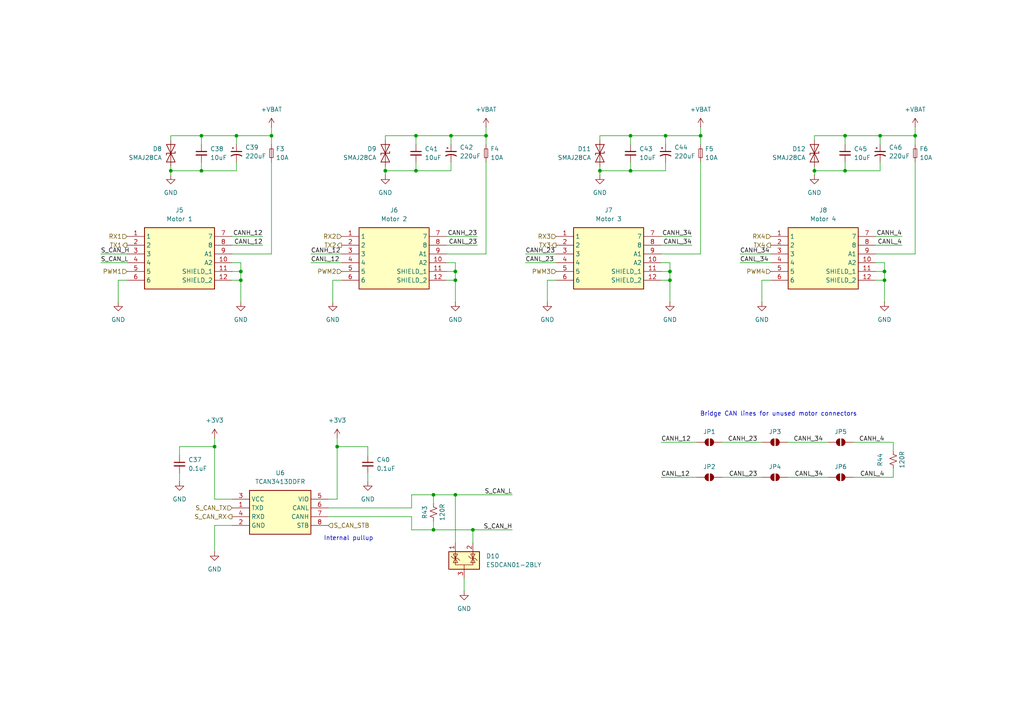
<source format=kicad_sch>
(kicad_sch
	(version 20250114)
	(generator "eeschema")
	(generator_version "9.0")
	(uuid "6db43d3d-953a-40b7-a749-b76a40f7e001")
	(paper "A4")
	(title_block
		(title "Canard Board")
		(company "Waterloo Rocketry")
		(comment 4 "Processor: See STM Application Note AN5419")
	)
	(lib_symbols
		(symbol "Device:C_Polarized_Small_US"
			(pin_numbers
				(hide yes)
			)
			(pin_names
				(offset 0.254)
				(hide yes)
			)
			(exclude_from_sim no)
			(in_bom yes)
			(on_board yes)
			(property "Reference" "C"
				(at 0.254 1.778 0)
				(effects
					(font
						(size 1.27 1.27)
					)
					(justify left)
				)
			)
			(property "Value" "C_Polarized_Small_US"
				(at 0.254 -2.032 0)
				(effects
					(font
						(size 1.27 1.27)
					)
					(justify left)
				)
			)
			(property "Footprint" ""
				(at 0 0 0)
				(effects
					(font
						(size 1.27 1.27)
					)
					(hide yes)
				)
			)
			(property "Datasheet" "~"
				(at 0 0 0)
				(effects
					(font
						(size 1.27 1.27)
					)
					(hide yes)
				)
			)
			(property "Description" "Polarized capacitor, small US symbol"
				(at 0 0 0)
				(effects
					(font
						(size 1.27 1.27)
					)
					(hide yes)
				)
			)
			(property "ki_keywords" "cap capacitor"
				(at 0 0 0)
				(effects
					(font
						(size 1.27 1.27)
					)
					(hide yes)
				)
			)
			(property "ki_fp_filters" "CP_*"
				(at 0 0 0)
				(effects
					(font
						(size 1.27 1.27)
					)
					(hide yes)
				)
			)
			(symbol "C_Polarized_Small_US_0_1"
				(polyline
					(pts
						(xy -1.524 0.508) (xy 1.524 0.508)
					)
					(stroke
						(width 0.3048)
						(type default)
					)
					(fill
						(type none)
					)
				)
				(polyline
					(pts
						(xy -1.27 1.524) (xy -0.762 1.524)
					)
					(stroke
						(width 0)
						(type default)
					)
					(fill
						(type none)
					)
				)
				(polyline
					(pts
						(xy -1.016 1.27) (xy -1.016 1.778)
					)
					(stroke
						(width 0)
						(type default)
					)
					(fill
						(type none)
					)
				)
				(arc
					(start -1.524 -0.762)
					(mid 0 -0.3734)
					(end 1.524 -0.762)
					(stroke
						(width 0.3048)
						(type default)
					)
					(fill
						(type none)
					)
				)
			)
			(symbol "C_Polarized_Small_US_1_1"
				(pin passive line
					(at 0 2.54 270)
					(length 2.032)
					(name "~"
						(effects
							(font
								(size 1.27 1.27)
							)
						)
					)
					(number "1"
						(effects
							(font
								(size 1.27 1.27)
							)
						)
					)
				)
				(pin passive line
					(at 0 -2.54 90)
					(length 2.032)
					(name "~"
						(effects
							(font
								(size 1.27 1.27)
							)
						)
					)
					(number "2"
						(effects
							(font
								(size 1.27 1.27)
							)
						)
					)
				)
			)
			(embedded_fonts no)
		)
		(symbol "Device:C_Small"
			(pin_numbers
				(hide yes)
			)
			(pin_names
				(offset 0.254)
				(hide yes)
			)
			(exclude_from_sim no)
			(in_bom yes)
			(on_board yes)
			(property "Reference" "C"
				(at 0.254 1.778 0)
				(effects
					(font
						(size 1.27 1.27)
					)
					(justify left)
				)
			)
			(property "Value" "C_Small"
				(at 0.254 -2.032 0)
				(effects
					(font
						(size 1.27 1.27)
					)
					(justify left)
				)
			)
			(property "Footprint" ""
				(at 0 0 0)
				(effects
					(font
						(size 1.27 1.27)
					)
					(hide yes)
				)
			)
			(property "Datasheet" "~"
				(at 0 0 0)
				(effects
					(font
						(size 1.27 1.27)
					)
					(hide yes)
				)
			)
			(property "Description" "Unpolarized capacitor, small symbol"
				(at 0 0 0)
				(effects
					(font
						(size 1.27 1.27)
					)
					(hide yes)
				)
			)
			(property "ki_keywords" "capacitor cap"
				(at 0 0 0)
				(effects
					(font
						(size 1.27 1.27)
					)
					(hide yes)
				)
			)
			(property "ki_fp_filters" "C_*"
				(at 0 0 0)
				(effects
					(font
						(size 1.27 1.27)
					)
					(hide yes)
				)
			)
			(symbol "C_Small_0_1"
				(polyline
					(pts
						(xy -1.524 0.508) (xy 1.524 0.508)
					)
					(stroke
						(width 0.3048)
						(type default)
					)
					(fill
						(type none)
					)
				)
				(polyline
					(pts
						(xy -1.524 -0.508) (xy 1.524 -0.508)
					)
					(stroke
						(width 0.3302)
						(type default)
					)
					(fill
						(type none)
					)
				)
			)
			(symbol "C_Small_1_1"
				(pin passive line
					(at 0 2.54 270)
					(length 2.032)
					(name "~"
						(effects
							(font
								(size 1.27 1.27)
							)
						)
					)
					(number "1"
						(effects
							(font
								(size 1.27 1.27)
							)
						)
					)
				)
				(pin passive line
					(at 0 -2.54 90)
					(length 2.032)
					(name "~"
						(effects
							(font
								(size 1.27 1.27)
							)
						)
					)
					(number "2"
						(effects
							(font
								(size 1.27 1.27)
							)
						)
					)
				)
			)
			(embedded_fonts no)
		)
		(symbol "Device:Fuse_Small"
			(pin_numbers
				(hide yes)
			)
			(pin_names
				(offset 0.254)
				(hide yes)
			)
			(exclude_from_sim no)
			(in_bom yes)
			(on_board yes)
			(property "Reference" "F"
				(at 0 -1.524 0)
				(effects
					(font
						(size 1.27 1.27)
					)
				)
			)
			(property "Value" "Fuse_Small"
				(at 0 1.524 0)
				(effects
					(font
						(size 1.27 1.27)
					)
				)
			)
			(property "Footprint" ""
				(at 0 0 0)
				(effects
					(font
						(size 1.27 1.27)
					)
					(hide yes)
				)
			)
			(property "Datasheet" "~"
				(at 0 0 0)
				(effects
					(font
						(size 1.27 1.27)
					)
					(hide yes)
				)
			)
			(property "Description" "Fuse, small symbol"
				(at 0 0 0)
				(effects
					(font
						(size 1.27 1.27)
					)
					(hide yes)
				)
			)
			(property "ki_keywords" "fuse"
				(at 0 0 0)
				(effects
					(font
						(size 1.27 1.27)
					)
					(hide yes)
				)
			)
			(property "ki_fp_filters" "*Fuse*"
				(at 0 0 0)
				(effects
					(font
						(size 1.27 1.27)
					)
					(hide yes)
				)
			)
			(symbol "Fuse_Small_0_1"
				(rectangle
					(start -1.27 0.508)
					(end 1.27 -0.508)
					(stroke
						(width 0)
						(type default)
					)
					(fill
						(type none)
					)
				)
				(polyline
					(pts
						(xy -1.27 0) (xy 1.27 0)
					)
					(stroke
						(width 0)
						(type default)
					)
					(fill
						(type none)
					)
				)
			)
			(symbol "Fuse_Small_1_1"
				(pin passive line
					(at -2.54 0 0)
					(length 1.27)
					(name "~"
						(effects
							(font
								(size 1.27 1.27)
							)
						)
					)
					(number "1"
						(effects
							(font
								(size 1.27 1.27)
							)
						)
					)
				)
				(pin passive line
					(at 2.54 0 180)
					(length 1.27)
					(name "~"
						(effects
							(font
								(size 1.27 1.27)
							)
						)
					)
					(number "2"
						(effects
							(font
								(size 1.27 1.27)
							)
						)
					)
				)
			)
			(embedded_fonts no)
		)
		(symbol "Device:R_Small_US"
			(pin_numbers
				(hide yes)
			)
			(pin_names
				(offset 0.254)
				(hide yes)
			)
			(exclude_from_sim no)
			(in_bom yes)
			(on_board yes)
			(property "Reference" "R"
				(at 0.762 0.508 0)
				(effects
					(font
						(size 1.27 1.27)
					)
					(justify left)
				)
			)
			(property "Value" "R_Small_US"
				(at 0.762 -1.016 0)
				(effects
					(font
						(size 1.27 1.27)
					)
					(justify left)
				)
			)
			(property "Footprint" ""
				(at 0 0 0)
				(effects
					(font
						(size 1.27 1.27)
					)
					(hide yes)
				)
			)
			(property "Datasheet" "~"
				(at 0 0 0)
				(effects
					(font
						(size 1.27 1.27)
					)
					(hide yes)
				)
			)
			(property "Description" "Resistor, small US symbol"
				(at 0 0 0)
				(effects
					(font
						(size 1.27 1.27)
					)
					(hide yes)
				)
			)
			(property "ki_keywords" "r resistor"
				(at 0 0 0)
				(effects
					(font
						(size 1.27 1.27)
					)
					(hide yes)
				)
			)
			(property "ki_fp_filters" "R_*"
				(at 0 0 0)
				(effects
					(font
						(size 1.27 1.27)
					)
					(hide yes)
				)
			)
			(symbol "R_Small_US_1_1"
				(polyline
					(pts
						(xy 0 1.524) (xy 1.016 1.143) (xy 0 0.762) (xy -1.016 0.381) (xy 0 0)
					)
					(stroke
						(width 0)
						(type default)
					)
					(fill
						(type none)
					)
				)
				(polyline
					(pts
						(xy 0 0) (xy 1.016 -0.381) (xy 0 -0.762) (xy -1.016 -1.143) (xy 0 -1.524)
					)
					(stroke
						(width 0)
						(type default)
					)
					(fill
						(type none)
					)
				)
				(pin passive line
					(at 0 2.54 270)
					(length 1.016)
					(name "~"
						(effects
							(font
								(size 1.27 1.27)
							)
						)
					)
					(number "1"
						(effects
							(font
								(size 1.27 1.27)
							)
						)
					)
				)
				(pin passive line
					(at 0 -2.54 90)
					(length 1.016)
					(name "~"
						(effects
							(font
								(size 1.27 1.27)
							)
						)
					)
					(number "2"
						(effects
							(font
								(size 1.27 1.27)
							)
						)
					)
				)
			)
			(embedded_fonts no)
		)
		(symbol "Diode:SMAJ28CA"
			(pin_numbers
				(hide yes)
			)
			(pin_names
				(offset 1.016)
				(hide yes)
			)
			(exclude_from_sim no)
			(in_bom yes)
			(on_board yes)
			(property "Reference" "D"
				(at 0 2.54 0)
				(effects
					(font
						(size 1.27 1.27)
					)
				)
			)
			(property "Value" "SMAJ28CA"
				(at 0 -2.54 0)
				(effects
					(font
						(size 1.27 1.27)
					)
				)
			)
			(property "Footprint" "Diode_SMD:D_SMA"
				(at 0 -5.08 0)
				(effects
					(font
						(size 1.27 1.27)
					)
					(hide yes)
				)
			)
			(property "Datasheet" "https://www.littelfuse.com/media?resourcetype=datasheets&itemid=75e32973-b177-4ee3-a0ff-cedaf1abdb93&filename=smaj-datasheet"
				(at 0 0 0)
				(effects
					(font
						(size 1.27 1.27)
					)
					(hide yes)
				)
			)
			(property "Description" "400W bidirectional Transient Voltage Suppressor, 28.0Vr, SMA(DO-214AC)"
				(at 0 0 0)
				(effects
					(font
						(size 1.27 1.27)
					)
					(hide yes)
				)
			)
			(property "ki_keywords" "bidirectional diode TVS voltage suppressor"
				(at 0 0 0)
				(effects
					(font
						(size 1.27 1.27)
					)
					(hide yes)
				)
			)
			(property "ki_fp_filters" "D*SMA*"
				(at 0 0 0)
				(effects
					(font
						(size 1.27 1.27)
					)
					(hide yes)
				)
			)
			(symbol "SMAJ28CA_0_1"
				(polyline
					(pts
						(xy -2.54 -1.27) (xy 0 0) (xy -2.54 1.27) (xy -2.54 -1.27)
					)
					(stroke
						(width 0.2032)
						(type default)
					)
					(fill
						(type none)
					)
				)
				(polyline
					(pts
						(xy 0.508 1.27) (xy 0 1.27) (xy 0 -1.27) (xy -0.508 -1.27)
					)
					(stroke
						(width 0.2032)
						(type default)
					)
					(fill
						(type none)
					)
				)
				(polyline
					(pts
						(xy 1.27 0) (xy -1.27 0)
					)
					(stroke
						(width 0)
						(type default)
					)
					(fill
						(type none)
					)
				)
				(polyline
					(pts
						(xy 2.54 1.27) (xy 2.54 -1.27) (xy 0 0) (xy 2.54 1.27)
					)
					(stroke
						(width 0.2032)
						(type default)
					)
					(fill
						(type none)
					)
				)
			)
			(symbol "SMAJ28CA_1_1"
				(pin passive line
					(at -3.81 0 0)
					(length 2.54)
					(name "A1"
						(effects
							(font
								(size 1.27 1.27)
							)
						)
					)
					(number "1"
						(effects
							(font
								(size 1.27 1.27)
							)
						)
					)
				)
				(pin passive line
					(at 3.81 0 180)
					(length 2.54)
					(name "A2"
						(effects
							(font
								(size 1.27 1.27)
							)
						)
					)
					(number "2"
						(effects
							(font
								(size 1.27 1.27)
							)
						)
					)
				)
			)
			(embedded_fonts no)
		)
		(symbol "Jumper:SolderJumper_2_Open"
			(pin_numbers
				(hide yes)
			)
			(pin_names
				(offset 0)
				(hide yes)
			)
			(exclude_from_sim no)
			(in_bom no)
			(on_board yes)
			(property "Reference" "JP"
				(at 0 2.032 0)
				(effects
					(font
						(size 1.27 1.27)
					)
				)
			)
			(property "Value" "SolderJumper_2_Open"
				(at 0 -2.54 0)
				(effects
					(font
						(size 1.27 1.27)
					)
				)
			)
			(property "Footprint" ""
				(at 0 0 0)
				(effects
					(font
						(size 1.27 1.27)
					)
					(hide yes)
				)
			)
			(property "Datasheet" "~"
				(at 0 0 0)
				(effects
					(font
						(size 1.27 1.27)
					)
					(hide yes)
				)
			)
			(property "Description" "Solder Jumper, 2-pole, open"
				(at 0 0 0)
				(effects
					(font
						(size 1.27 1.27)
					)
					(hide yes)
				)
			)
			(property "ki_keywords" "solder jumper SPST"
				(at 0 0 0)
				(effects
					(font
						(size 1.27 1.27)
					)
					(hide yes)
				)
			)
			(property "ki_fp_filters" "SolderJumper*Open*"
				(at 0 0 0)
				(effects
					(font
						(size 1.27 1.27)
					)
					(hide yes)
				)
			)
			(symbol "SolderJumper_2_Open_0_1"
				(polyline
					(pts
						(xy -0.254 1.016) (xy -0.254 -1.016)
					)
					(stroke
						(width 0)
						(type default)
					)
					(fill
						(type none)
					)
				)
				(arc
					(start -0.254 -1.016)
					(mid -1.2656 0)
					(end -0.254 1.016)
					(stroke
						(width 0)
						(type default)
					)
					(fill
						(type none)
					)
				)
				(arc
					(start -0.254 -1.016)
					(mid -1.2656 0)
					(end -0.254 1.016)
					(stroke
						(width 0)
						(type default)
					)
					(fill
						(type outline)
					)
				)
				(arc
					(start 0.254 1.016)
					(mid 1.2656 0)
					(end 0.254 -1.016)
					(stroke
						(width 0)
						(type default)
					)
					(fill
						(type none)
					)
				)
				(arc
					(start 0.254 1.016)
					(mid 1.2656 0)
					(end 0.254 -1.016)
					(stroke
						(width 0)
						(type default)
					)
					(fill
						(type outline)
					)
				)
				(polyline
					(pts
						(xy 0.254 1.016) (xy 0.254 -1.016)
					)
					(stroke
						(width 0)
						(type default)
					)
					(fill
						(type none)
					)
				)
			)
			(symbol "SolderJumper_2_Open_1_1"
				(pin passive line
					(at -3.81 0 0)
					(length 2.54)
					(name "A"
						(effects
							(font
								(size 1.27 1.27)
							)
						)
					)
					(number "1"
						(effects
							(font
								(size 1.27 1.27)
							)
						)
					)
				)
				(pin passive line
					(at 3.81 0 180)
					(length 2.54)
					(name "B"
						(effects
							(font
								(size 1.27 1.27)
							)
						)
					)
					(number "2"
						(effects
							(font
								(size 1.27 1.27)
							)
						)
					)
				)
			)
			(embedded_fonts no)
		)
		(symbol "Power_Protection:NUP2105L"
			(pin_names
				(hide yes)
			)
			(exclude_from_sim no)
			(in_bom yes)
			(on_board yes)
			(property "Reference" "D"
				(at 5.715 2.54 0)
				(effects
					(font
						(size 1.27 1.27)
					)
					(justify left)
				)
			)
			(property "Value" "NUP2105L"
				(at 5.715 0.635 0)
				(effects
					(font
						(size 1.27 1.27)
					)
					(justify left)
				)
			)
			(property "Footprint" "Package_TO_SOT_SMD:SOT-23"
				(at 5.715 -1.27 0)
				(effects
					(font
						(size 1.27 1.27)
					)
					(justify left)
					(hide yes)
				)
			)
			(property "Datasheet" "https://www.onsemi.com/pub_link/Collateral/NUP2105L-D.PDF"
				(at 3.175 3.175 0)
				(effects
					(font
						(size 1.27 1.27)
					)
					(hide yes)
				)
			)
			(property "Description" "Dual Line CAN Bus Protector, 24Vrwm"
				(at 0 0 0)
				(effects
					(font
						(size 1.27 1.27)
					)
					(hide yes)
				)
			)
			(property "ki_keywords" "can esd protection suppression transient"
				(at 0 0 0)
				(effects
					(font
						(size 1.27 1.27)
					)
					(hide yes)
				)
			)
			(property "ki_fp_filters" "SOT?23*"
				(at 0 0 0)
				(effects
					(font
						(size 1.27 1.27)
					)
					(hide yes)
				)
			)
			(symbol "NUP2105L_0_0"
				(pin passive line
					(at 0 -5.08 90)
					(length 2.54)
					(name "A"
						(effects
							(font
								(size 1.27 1.27)
							)
						)
					)
					(number "3"
						(effects
							(font
								(size 1.27 1.27)
							)
						)
					)
				)
			)
			(symbol "NUP2105L_0_1"
				(rectangle
					(start -4.445 2.54)
					(end 4.445 -2.54)
					(stroke
						(width 0.254)
						(type default)
					)
					(fill
						(type background)
					)
				)
				(polyline
					(pts
						(xy -3.81 1.27) (xy -3.175 0.635) (xy -1.905 0.635) (xy -1.27 0)
					)
					(stroke
						(width 0)
						(type default)
					)
					(fill
						(type none)
					)
				)
				(polyline
					(pts
						(xy -2.54 2.54) (xy -2.54 0.635)
					)
					(stroke
						(width 0)
						(type default)
					)
					(fill
						(type none)
					)
				)
				(polyline
					(pts
						(xy -2.54 0.635) (xy -2.54 -1.27) (xy 2.54 -1.27) (xy 2.54 0.635)
					)
					(stroke
						(width 0)
						(type default)
					)
					(fill
						(type none)
					)
				)
				(polyline
					(pts
						(xy -2.54 0.635) (xy -1.905 -0.635) (xy -3.175 -0.635) (xy -2.54 0.635)
					)
					(stroke
						(width 0)
						(type default)
					)
					(fill
						(type none)
					)
				)
				(polyline
					(pts
						(xy -2.54 0.635) (xy -3.175 1.905) (xy -1.905 1.905) (xy -2.54 0.635) (xy -2.54 1.27)
					)
					(stroke
						(width 0)
						(type default)
					)
					(fill
						(type none)
					)
				)
				(polyline
					(pts
						(xy 0 -1.27) (xy 0 -2.54)
					)
					(stroke
						(width 0)
						(type default)
					)
					(fill
						(type none)
					)
				)
				(polyline
					(pts
						(xy 1.27 1.27) (xy 1.905 0.635) (xy 2.54 0.635) (xy 3.175 0.635) (xy 3.81 0)
					)
					(stroke
						(width 0)
						(type default)
					)
					(fill
						(type none)
					)
				)
				(polyline
					(pts
						(xy 2.54 2.54) (xy 2.54 0.635)
					)
					(stroke
						(width 0)
						(type default)
					)
					(fill
						(type none)
					)
				)
				(polyline
					(pts
						(xy 2.54 0.635) (xy 1.905 -0.635) (xy 3.175 -0.635) (xy 2.54 0.635)
					)
					(stroke
						(width 0)
						(type default)
					)
					(fill
						(type none)
					)
				)
				(polyline
					(pts
						(xy 2.54 0.635) (xy 3.175 1.905) (xy 1.905 1.905) (xy 2.54 0.635)
					)
					(stroke
						(width 0)
						(type default)
					)
					(fill
						(type none)
					)
				)
			)
			(symbol "NUP2105L_1_1"
				(pin passive line
					(at -2.54 5.08 270)
					(length 2.54)
					(name "K"
						(effects
							(font
								(size 1.27 1.27)
							)
						)
					)
					(number "1"
						(effects
							(font
								(size 1.27 1.27)
							)
						)
					)
				)
				(pin passive line
					(at 2.54 5.08 270)
					(length 2.54)
					(name "K"
						(effects
							(font
								(size 1.27 1.27)
							)
						)
					)
					(number "2"
						(effects
							(font
								(size 1.27 1.27)
							)
						)
					)
				)
			)
			(embedded_fonts no)
		)
		(symbol "canardboard:G125-MH10805M4-1AD1ADP"
			(exclude_from_sim no)
			(in_bom yes)
			(on_board yes)
			(property "Reference" "J"
				(at 26.67 7.62 0)
				(effects
					(font
						(size 1.27 1.27)
					)
					(justify left top)
				)
			)
			(property "Value" "G125-MH10805M4-1AD1ADP"
				(at 26.67 5.08 0)
				(effects
					(font
						(size 1.27 1.27)
					)
					(justify left top)
				)
			)
			(property "Footprint" "G125MH10805M41AD1ADP"
				(at 26.67 -94.92 0)
				(effects
					(font
						(size 1.27 1.27)
					)
					(justify left top)
					(hide yes)
				)
			)
			(property "Datasheet" "https://www.harwin.com/api/download/?document=https://content.harwin.com/m/e57e36e8702f475a/original/DRG-02904-Technical-Drawing-Datasheet-G125-MHX0805M4-1AD1ADP-pdf.pdf"
				(at 26.67 -194.92 0)
				(effects
					(font
						(size 1.27 1.27)
					)
					(justify left top)
					(hide yes)
				)
			)
			(property "Description" ""
				(at 0 0 0)
				(effects
					(font
						(size 1.27 1.27)
					)
					(hide yes)
				)
			)
			(property "Height" "5.5"
				(at 26.67 -394.92 0)
				(effects
					(font
						(size 1.27 1.27)
					)
					(justify left top)
					(hide yes)
				)
			)
			(property "Mouser Part Number" "855-GMH1085M41AD1ADP"
				(at 26.67 -494.92 0)
				(effects
					(font
						(size 1.27 1.27)
					)
					(justify left top)
					(hide yes)
				)
			)
			(property "Mouser Price/Stock" "https://www.mouser.co.uk/ProductDetail/Harwin/G125-MH10805M4-1AD1ADP?qs=XeJtXLiO41Rq1iCnqnOn8g%3D%3D"
				(at 26.67 -594.92 0)
				(effects
					(font
						(size 1.27 1.27)
					)
					(justify left top)
					(hide yes)
				)
			)
			(property "Manufacturer_Name" "Harwin"
				(at 26.67 -694.92 0)
				(effects
					(font
						(size 1.27 1.27)
					)
					(justify left top)
					(hide yes)
				)
			)
			(property "Manufacturer_Part_Number" "G125-MH10805M4-1AD1ADP"
				(at 26.67 -794.92 0)
				(effects
					(font
						(size 1.27 1.27)
					)
					(justify left top)
					(hide yes)
				)
			)
			(symbol "G125-MH10805M4-1AD1ADP_1_1"
				(rectangle
					(start 5.08 2.54)
					(end 25.4 -15.24)
					(stroke
						(width 0.254)
						(type default)
					)
					(fill
						(type background)
					)
				)
				(pin passive line
					(at 0 0 0)
					(length 5.08)
					(name "1"
						(effects
							(font
								(size 1.27 1.27)
							)
						)
					)
					(number "1"
						(effects
							(font
								(size 1.27 1.27)
							)
						)
					)
				)
				(pin passive line
					(at 0 -2.54 0)
					(length 5.08)
					(name "2"
						(effects
							(font
								(size 1.27 1.27)
							)
						)
					)
					(number "2"
						(effects
							(font
								(size 1.27 1.27)
							)
						)
					)
				)
				(pin passive line
					(at 0 -5.08 0)
					(length 5.08)
					(name "3"
						(effects
							(font
								(size 1.27 1.27)
							)
						)
					)
					(number "3"
						(effects
							(font
								(size 1.27 1.27)
							)
						)
					)
				)
				(pin passive line
					(at 0 -7.62 0)
					(length 5.08)
					(name "4"
						(effects
							(font
								(size 1.27 1.27)
							)
						)
					)
					(number "4"
						(effects
							(font
								(size 1.27 1.27)
							)
						)
					)
				)
				(pin passive line
					(at 0 -10.16 0)
					(length 5.08)
					(name "5"
						(effects
							(font
								(size 1.27 1.27)
							)
						)
					)
					(number "5"
						(effects
							(font
								(size 1.27 1.27)
							)
						)
					)
				)
				(pin passive line
					(at 0 -12.7 0)
					(length 5.08)
					(name "6"
						(effects
							(font
								(size 1.27 1.27)
							)
						)
					)
					(number "6"
						(effects
							(font
								(size 1.27 1.27)
							)
						)
					)
				)
				(pin passive line
					(at 30.48 0 180)
					(length 5.08)
					(name "7"
						(effects
							(font
								(size 1.27 1.27)
							)
						)
					)
					(number "7"
						(effects
							(font
								(size 1.27 1.27)
							)
						)
					)
				)
				(pin passive line
					(at 30.48 -2.54 180)
					(length 5.08)
					(name "8"
						(effects
							(font
								(size 1.27 1.27)
							)
						)
					)
					(number "8"
						(effects
							(font
								(size 1.27 1.27)
							)
						)
					)
				)
				(pin passive line
					(at 30.48 -5.08 180)
					(length 5.08)
					(name "A1"
						(effects
							(font
								(size 1.27 1.27)
							)
						)
					)
					(number "9"
						(effects
							(font
								(size 1.27 1.27)
							)
						)
					)
				)
				(pin passive line
					(at 30.48 -7.62 180)
					(length 5.08)
					(name "A2"
						(effects
							(font
								(size 1.27 1.27)
							)
						)
					)
					(number "10"
						(effects
							(font
								(size 1.27 1.27)
							)
						)
					)
				)
				(pin passive line
					(at 30.48 -10.16 180)
					(length 5.08)
					(name "SHIELD_1"
						(effects
							(font
								(size 1.27 1.27)
							)
						)
					)
					(number "11"
						(effects
							(font
								(size 1.27 1.27)
							)
						)
					)
				)
				(pin passive line
					(at 30.48 -12.7 180)
					(length 5.08)
					(name "SHIELD_2"
						(effects
							(font
								(size 1.27 1.27)
							)
						)
					)
					(number "12"
						(effects
							(font
								(size 1.27 1.27)
							)
						)
					)
				)
			)
			(embedded_fonts no)
		)
		(symbol "canardboard:TCAN3413DDFR"
			(exclude_from_sim no)
			(in_bom yes)
			(on_board yes)
			(property "Reference" "U"
				(at 24.13 7.62 0)
				(effects
					(font
						(size 1.27 1.27)
					)
					(justify left top)
				)
			)
			(property "Value" "TCAN3413DDFR"
				(at 24.13 5.08 0)
				(effects
					(font
						(size 1.27 1.27)
					)
					(justify left top)
				)
			)
			(property "Footprint" "SOT65P280X110-8N"
				(at 24.13 -94.92 0)
				(effects
					(font
						(size 1.27 1.27)
					)
					(justify left top)
					(hide yes)
				)
			)
			(property "Datasheet" "https://www.ti.com/lit/gpn/tcan3413"
				(at 24.13 -194.92 0)
				(effects
					(font
						(size 1.27 1.27)
					)
					(justify left top)
					(hide yes)
				)
			)
			(property "Description" ""
				(at 0 0 0)
				(effects
					(font
						(size 1.27 1.27)
					)
					(hide yes)
				)
			)
			(property "Height" "1.1"
				(at 24.13 -394.92 0)
				(effects
					(font
						(size 1.27 1.27)
					)
					(justify left top)
					(hide yes)
				)
			)
			(property "Mouser Part Number" "595-TCAN3413DDFR"
				(at 24.13 -494.92 0)
				(effects
					(font
						(size 1.27 1.27)
					)
					(justify left top)
					(hide yes)
				)
			)
			(property "Mouser Price/Stock" "https://www.mouser.co.uk/ProductDetail/Texas-Instruments/TCAN3413DDFR?qs=HFfMDpzxxd24T7a%252BDNN43w%3D%3D"
				(at 24.13 -594.92 0)
				(effects
					(font
						(size 1.27 1.27)
					)
					(justify left top)
					(hide yes)
				)
			)
			(property "Manufacturer_Name" "Texas Instruments"
				(at 24.13 -694.92 0)
				(effects
					(font
						(size 1.27 1.27)
					)
					(justify left top)
					(hide yes)
				)
			)
			(property "Manufacturer_Part_Number" "TCAN3413DDFR"
				(at 24.13 -794.92 0)
				(effects
					(font
						(size 1.27 1.27)
					)
					(justify left top)
					(hide yes)
				)
			)
			(symbol "TCAN3413DDFR_1_1"
				(rectangle
					(start 5.08 2.54)
					(end 22.86 -10.16)
					(stroke
						(width 0.254)
						(type default)
					)
					(fill
						(type background)
					)
				)
				(pin passive line
					(at 0 0 0)
					(length 5.08)
					(name "VCC"
						(effects
							(font
								(size 1.27 1.27)
							)
						)
					)
					(number "3"
						(effects
							(font
								(size 1.27 1.27)
							)
						)
					)
				)
				(pin passive line
					(at 0 -2.54 0)
					(length 5.08)
					(name "TXD"
						(effects
							(font
								(size 1.27 1.27)
							)
						)
					)
					(number "1"
						(effects
							(font
								(size 1.27 1.27)
							)
						)
					)
				)
				(pin passive line
					(at 0 -5.08 0)
					(length 5.08)
					(name "RXD"
						(effects
							(font
								(size 1.27 1.27)
							)
						)
					)
					(number "4"
						(effects
							(font
								(size 1.27 1.27)
							)
						)
					)
				)
				(pin passive line
					(at 0 -7.62 0)
					(length 5.08)
					(name "GND"
						(effects
							(font
								(size 1.27 1.27)
							)
						)
					)
					(number "2"
						(effects
							(font
								(size 1.27 1.27)
							)
						)
					)
				)
				(pin passive line
					(at 27.94 0 180)
					(length 5.08)
					(name "VIO"
						(effects
							(font
								(size 1.27 1.27)
							)
						)
					)
					(number "5"
						(effects
							(font
								(size 1.27 1.27)
							)
						)
					)
				)
				(pin passive line
					(at 27.94 -2.54 180)
					(length 5.08)
					(name "CANL"
						(effects
							(font
								(size 1.27 1.27)
							)
						)
					)
					(number "6"
						(effects
							(font
								(size 1.27 1.27)
							)
						)
					)
				)
				(pin passive line
					(at 27.94 -5.08 180)
					(length 5.08)
					(name "CANH"
						(effects
							(font
								(size 1.27 1.27)
							)
						)
					)
					(number "7"
						(effects
							(font
								(size 1.27 1.27)
							)
						)
					)
				)
				(pin passive line
					(at 27.94 -7.62 180)
					(length 5.08)
					(name "STB"
						(effects
							(font
								(size 1.27 1.27)
							)
						)
					)
					(number "8"
						(effects
							(font
								(size 1.27 1.27)
							)
						)
					)
				)
			)
			(embedded_fonts no)
		)
		(symbol "power:+3V3"
			(power)
			(pin_numbers
				(hide yes)
			)
			(pin_names
				(offset 0)
				(hide yes)
			)
			(exclude_from_sim no)
			(in_bom yes)
			(on_board yes)
			(property "Reference" "#PWR"
				(at 0 -3.81 0)
				(effects
					(font
						(size 1.27 1.27)
					)
					(hide yes)
				)
			)
			(property "Value" "+3V3"
				(at 0 3.556 0)
				(effects
					(font
						(size 1.27 1.27)
					)
				)
			)
			(property "Footprint" ""
				(at 0 0 0)
				(effects
					(font
						(size 1.27 1.27)
					)
					(hide yes)
				)
			)
			(property "Datasheet" ""
				(at 0 0 0)
				(effects
					(font
						(size 1.27 1.27)
					)
					(hide yes)
				)
			)
			(property "Description" "Power symbol creates a global label with name \"+3V3\""
				(at 0 0 0)
				(effects
					(font
						(size 1.27 1.27)
					)
					(hide yes)
				)
			)
			(property "ki_keywords" "global power"
				(at 0 0 0)
				(effects
					(font
						(size 1.27 1.27)
					)
					(hide yes)
				)
			)
			(symbol "+3V3_0_1"
				(polyline
					(pts
						(xy -0.762 1.27) (xy 0 2.54)
					)
					(stroke
						(width 0)
						(type default)
					)
					(fill
						(type none)
					)
				)
				(polyline
					(pts
						(xy 0 2.54) (xy 0.762 1.27)
					)
					(stroke
						(width 0)
						(type default)
					)
					(fill
						(type none)
					)
				)
				(polyline
					(pts
						(xy 0 0) (xy 0 2.54)
					)
					(stroke
						(width 0)
						(type default)
					)
					(fill
						(type none)
					)
				)
			)
			(symbol "+3V3_1_1"
				(pin power_in line
					(at 0 0 90)
					(length 0)
					(name "~"
						(effects
							(font
								(size 1.27 1.27)
							)
						)
					)
					(number "1"
						(effects
							(font
								(size 1.27 1.27)
							)
						)
					)
				)
			)
			(embedded_fonts no)
		)
		(symbol "power:GND"
			(power)
			(pin_numbers
				(hide yes)
			)
			(pin_names
				(offset 0)
				(hide yes)
			)
			(exclude_from_sim no)
			(in_bom yes)
			(on_board yes)
			(property "Reference" "#PWR"
				(at 0 -6.35 0)
				(effects
					(font
						(size 1.27 1.27)
					)
					(hide yes)
				)
			)
			(property "Value" "GND"
				(at 0 -3.81 0)
				(effects
					(font
						(size 1.27 1.27)
					)
				)
			)
			(property "Footprint" ""
				(at 0 0 0)
				(effects
					(font
						(size 1.27 1.27)
					)
					(hide yes)
				)
			)
			(property "Datasheet" ""
				(at 0 0 0)
				(effects
					(font
						(size 1.27 1.27)
					)
					(hide yes)
				)
			)
			(property "Description" "Power symbol creates a global label with name \"GND\" , ground"
				(at 0 0 0)
				(effects
					(font
						(size 1.27 1.27)
					)
					(hide yes)
				)
			)
			(property "ki_keywords" "global power"
				(at 0 0 0)
				(effects
					(font
						(size 1.27 1.27)
					)
					(hide yes)
				)
			)
			(symbol "GND_0_1"
				(polyline
					(pts
						(xy 0 0) (xy 0 -1.27) (xy 1.27 -1.27) (xy 0 -2.54) (xy -1.27 -1.27) (xy 0 -1.27)
					)
					(stroke
						(width 0)
						(type default)
					)
					(fill
						(type none)
					)
				)
			)
			(symbol "GND_1_1"
				(pin power_in line
					(at 0 0 270)
					(length 0)
					(name "~"
						(effects
							(font
								(size 1.27 1.27)
							)
						)
					)
					(number "1"
						(effects
							(font
								(size 1.27 1.27)
							)
						)
					)
				)
			)
			(embedded_fonts no)
		)
	)
	(text "Internal pullup"
		(exclude_from_sim no)
		(at 101.092 156.21 0)
		(effects
			(font
				(size 1.27 1.27)
			)
		)
		(uuid "b4385cac-db7b-4c84-b67d-6ae1bdf49abc")
	)
	(text "Bridge CAN lines for unused motor connectors"
		(exclude_from_sim no)
		(at 225.806 120.142 0)
		(effects
			(font
				(size 1.27 1.27)
			)
		)
		(uuid "fae67842-0fc7-47d0-9836-937b4d4a8fab")
	)
	(junction
		(at 69.85 81.28)
		(diameter 0)
		(color 0 0 0 0)
		(uuid "0353cfc4-9edc-4080-994e-1cf1a6fb27a8")
	)
	(junction
		(at 68.58 39.37)
		(diameter 0)
		(color 0 0 0 0)
		(uuid "0b455182-5681-4f73-9dde-3aa0e429ee1c")
	)
	(junction
		(at 69.85 78.74)
		(diameter 0)
		(color 0 0 0 0)
		(uuid "0dc767a7-0e21-4091-a2ea-c0aa524d2179")
	)
	(junction
		(at 125.73 153.67)
		(diameter 0)
		(color 0 0 0 0)
		(uuid "131fe14c-e232-4ee5-818d-46d021a83fdc")
	)
	(junction
		(at 62.23 129.54)
		(diameter 0)
		(color 0 0 0 0)
		(uuid "14b7c230-e247-4afd-82b2-c733a254c74f")
	)
	(junction
		(at 245.11 39.37)
		(diameter 0)
		(color 0 0 0 0)
		(uuid "14ec9ac1-39e9-43b0-9310-4c80cecb88e9")
	)
	(junction
		(at 193.04 39.37)
		(diameter 0)
		(color 0 0 0 0)
		(uuid "2f9f4b24-9fa1-4f7d-909b-90f435e1eed1")
	)
	(junction
		(at 255.27 39.37)
		(diameter 0)
		(color 0 0 0 0)
		(uuid "323ac461-4484-4fd7-9a4f-26e3ea24134f")
	)
	(junction
		(at 125.73 143.51)
		(diameter 0)
		(color 0 0 0 0)
		(uuid "3870f211-897f-496a-a628-cb63e3393d6f")
	)
	(junction
		(at 132.08 143.51)
		(diameter 0)
		(color 0 0 0 0)
		(uuid "3b43a7af-66b4-4af0-9a84-1c20d5e925e2")
	)
	(junction
		(at 120.65 49.53)
		(diameter 0)
		(color 0 0 0 0)
		(uuid "50701002-be58-4efe-ac43-33360fd5b84d")
	)
	(junction
		(at 132.08 78.74)
		(diameter 0)
		(color 0 0 0 0)
		(uuid "53f7c1f7-d393-414c-94f2-5c14a695c6bc")
	)
	(junction
		(at 130.81 39.37)
		(diameter 0)
		(color 0 0 0 0)
		(uuid "572c6a7c-637f-486b-a8dc-3b1a248df5e7")
	)
	(junction
		(at 173.99 49.53)
		(diameter 0)
		(color 0 0 0 0)
		(uuid "5ddc593b-5991-4ca2-a800-d7ea86543fd3")
	)
	(junction
		(at 140.97 39.37)
		(diameter 0)
		(color 0 0 0 0)
		(uuid "637f3e0d-132a-4dea-9772-c5eabb56c7b6")
	)
	(junction
		(at 182.88 49.53)
		(diameter 0)
		(color 0 0 0 0)
		(uuid "6419686a-c5a0-4e75-9b8f-c23a559f41ca")
	)
	(junction
		(at 182.88 39.37)
		(diameter 0)
		(color 0 0 0 0)
		(uuid "720056ad-3eb5-4f20-9d68-1393ea689497")
	)
	(junction
		(at 265.43 39.37)
		(diameter 0)
		(color 0 0 0 0)
		(uuid "73a27c69-1b5c-4cd9-922a-537d08d915ac")
	)
	(junction
		(at 111.76 49.53)
		(diameter 0)
		(color 0 0 0 0)
		(uuid "7b713c01-5ab5-4564-938e-b4ee84972712")
	)
	(junction
		(at 132.08 81.28)
		(diameter 0)
		(color 0 0 0 0)
		(uuid "841ade2d-30ae-4384-8cfb-217ff4333284")
	)
	(junction
		(at 58.42 49.53)
		(diameter 0)
		(color 0 0 0 0)
		(uuid "89093cee-fdac-4dd3-9963-3109abb7894a")
	)
	(junction
		(at 236.22 49.53)
		(diameter 0)
		(color 0 0 0 0)
		(uuid "909ce04d-52a6-4fa5-bbf5-4a904a7da90d")
	)
	(junction
		(at 245.11 49.53)
		(diameter 0)
		(color 0 0 0 0)
		(uuid "932345cb-5ba4-451a-8b36-8ced3d1a322b")
	)
	(junction
		(at 58.42 39.37)
		(diameter 0)
		(color 0 0 0 0)
		(uuid "b3a5f9b5-997b-424a-8c89-c21f673974e3")
	)
	(junction
		(at 120.65 39.37)
		(diameter 0)
		(color 0 0 0 0)
		(uuid "b955863c-d5d0-4ea1-a25b-e9101a0e6aaa")
	)
	(junction
		(at 97.79 129.54)
		(diameter 0)
		(color 0 0 0 0)
		(uuid "bd727588-f5e0-462d-ab70-b95d67d042b2")
	)
	(junction
		(at 256.54 81.28)
		(diameter 0)
		(color 0 0 0 0)
		(uuid "c893fa3d-eeb6-46ab-83b2-792c70e40425")
	)
	(junction
		(at 194.31 81.28)
		(diameter 0)
		(color 0 0 0 0)
		(uuid "c8f6fd9f-2aa7-4b35-9379-ba6fcde6d7ce")
	)
	(junction
		(at 49.53 49.53)
		(diameter 0)
		(color 0 0 0 0)
		(uuid "d1e3fa75-2885-4237-8bb7-4491e6af79f6")
	)
	(junction
		(at 203.2 39.37)
		(diameter 0)
		(color 0 0 0 0)
		(uuid "d4fd1f6a-24a3-4e82-ba09-ea44b1bb2dcd")
	)
	(junction
		(at 137.16 153.67)
		(diameter 0)
		(color 0 0 0 0)
		(uuid "e52628aa-aa4e-47ab-8c54-ba527f50614b")
	)
	(junction
		(at 78.74 39.37)
		(diameter 0)
		(color 0 0 0 0)
		(uuid "e7089652-be3a-4973-83e8-ce06282b7e72")
	)
	(junction
		(at 256.54 78.74)
		(diameter 0)
		(color 0 0 0 0)
		(uuid "ede3f44f-a71c-4463-af85-48e4c97c46e0")
	)
	(junction
		(at 194.31 78.74)
		(diameter 0)
		(color 0 0 0 0)
		(uuid "f9422301-d2ed-46af-be50-ccb63d8fdedc")
	)
	(wire
		(pts
			(xy 256.54 76.2) (xy 256.54 78.74)
		)
		(stroke
			(width 0)
			(type default)
		)
		(uuid "004f414b-42a7-43bd-80bd-0b728b67af16")
	)
	(wire
		(pts
			(xy 247.65 138.43) (xy 259.08 138.43)
		)
		(stroke
			(width 0)
			(type default)
		)
		(uuid "0050e607-58b7-45f2-8ebf-18699f79046f")
	)
	(wire
		(pts
			(xy 62.23 129.54) (xy 62.23 144.78)
		)
		(stroke
			(width 0)
			(type default)
		)
		(uuid "00869617-486f-480d-a112-977a8f246461")
	)
	(wire
		(pts
			(xy 223.52 81.28) (xy 220.98 81.28)
		)
		(stroke
			(width 0)
			(type default)
		)
		(uuid "013a5a82-33ce-43e1-8d55-2964dbe05554")
	)
	(wire
		(pts
			(xy 265.43 39.37) (xy 255.27 39.37)
		)
		(stroke
			(width 0)
			(type default)
		)
		(uuid "0268594e-f90c-447c-a6af-ac5cc209f851")
	)
	(wire
		(pts
			(xy 67.31 78.74) (xy 69.85 78.74)
		)
		(stroke
			(width 0)
			(type default)
		)
		(uuid "02d109d4-c2f2-4100-9c79-a93a3f09f0fa")
	)
	(wire
		(pts
			(xy 132.08 81.28) (xy 132.08 87.63)
		)
		(stroke
			(width 0)
			(type default)
		)
		(uuid "02efc153-6a97-4111-995b-3df8d7c78d7d")
	)
	(wire
		(pts
			(xy 125.73 143.51) (xy 132.08 143.51)
		)
		(stroke
			(width 0)
			(type default)
		)
		(uuid "06c08962-121a-4e47-98be-99ba02d2adc2")
	)
	(wire
		(pts
			(xy 265.43 46.99) (xy 265.43 73.66)
		)
		(stroke
			(width 0)
			(type default)
		)
		(uuid "0977e973-1f2a-45a3-a596-f02e90b0dd2a")
	)
	(wire
		(pts
			(xy 99.06 81.28) (xy 96.52 81.28)
		)
		(stroke
			(width 0)
			(type default)
		)
		(uuid "09a4d3fa-5943-4afe-b9c1-c0a1f916760c")
	)
	(wire
		(pts
			(xy 228.6 138.43) (xy 240.03 138.43)
		)
		(stroke
			(width 0)
			(type default)
		)
		(uuid "0a66ed7c-343b-4d9e-947b-cb656efac0e0")
	)
	(wire
		(pts
			(xy 62.23 152.4) (xy 62.23 160.02)
		)
		(stroke
			(width 0)
			(type default)
		)
		(uuid "0ba2a91f-f012-4d8c-a855-5b74a2c12879")
	)
	(wire
		(pts
			(xy 67.31 152.4) (xy 62.23 152.4)
		)
		(stroke
			(width 0)
			(type default)
		)
		(uuid "0faa83ce-fcda-482b-b30b-f190ce7c8c17")
	)
	(wire
		(pts
			(xy 125.73 143.51) (xy 125.73 146.05)
		)
		(stroke
			(width 0)
			(type default)
		)
		(uuid "10c7168d-87bb-4f2e-afcc-9502c1d5742f")
	)
	(wire
		(pts
			(xy 134.62 167.64) (xy 134.62 171.45)
		)
		(stroke
			(width 0)
			(type default)
		)
		(uuid "1204ea30-3246-4aba-bf0b-33b97a26a593")
	)
	(wire
		(pts
			(xy 173.99 48.26) (xy 173.99 49.53)
		)
		(stroke
			(width 0)
			(type default)
		)
		(uuid "1208c801-4ea5-465d-93be-3ce67e29f248")
	)
	(wire
		(pts
			(xy 182.88 49.53) (xy 193.04 49.53)
		)
		(stroke
			(width 0)
			(type default)
		)
		(uuid "1535d323-e48e-4291-8c17-d5586a544f13")
	)
	(wire
		(pts
			(xy 194.31 81.28) (xy 194.31 87.63)
		)
		(stroke
			(width 0)
			(type default)
		)
		(uuid "163669fa-3abc-4623-b930-450e41fa672a")
	)
	(wire
		(pts
			(xy 140.97 39.37) (xy 130.81 39.37)
		)
		(stroke
			(width 0)
			(type default)
		)
		(uuid "16cca747-141b-4d3e-8294-db450ea293aa")
	)
	(wire
		(pts
			(xy 193.04 49.53) (xy 193.04 46.99)
		)
		(stroke
			(width 0)
			(type default)
		)
		(uuid "16e96a5d-60ea-488b-9b4a-b394692e06ac")
	)
	(wire
		(pts
			(xy 129.54 76.2) (xy 132.08 76.2)
		)
		(stroke
			(width 0)
			(type default)
		)
		(uuid "1885c4eb-7442-4c48-88ef-060a94d12d0d")
	)
	(wire
		(pts
			(xy 49.53 49.53) (xy 49.53 50.8)
		)
		(stroke
			(width 0)
			(type default)
		)
		(uuid "1d13e6a9-cfd0-4064-99ab-82025b029ad4")
	)
	(wire
		(pts
			(xy 111.76 49.53) (xy 111.76 50.8)
		)
		(stroke
			(width 0)
			(type default)
		)
		(uuid "1ddc5b00-834c-4a03-98ce-8715b35028e7")
	)
	(wire
		(pts
			(xy 203.2 39.37) (xy 203.2 41.91)
		)
		(stroke
			(width 0)
			(type default)
		)
		(uuid "20990798-f3c7-46f3-ab39-6b81dba6ac13")
	)
	(wire
		(pts
			(xy 209.55 138.43) (xy 220.98 138.43)
		)
		(stroke
			(width 0)
			(type default)
		)
		(uuid "24041ad0-30b9-4614-be1b-b459e62f93a9")
	)
	(wire
		(pts
			(xy 256.54 81.28) (xy 256.54 87.63)
		)
		(stroke
			(width 0)
			(type default)
		)
		(uuid "24303103-d644-41fd-83f8-bf97909c7a9f")
	)
	(wire
		(pts
			(xy 255.27 49.53) (xy 255.27 46.99)
		)
		(stroke
			(width 0)
			(type default)
		)
		(uuid "28dea4a1-4754-4436-bf07-81b0bb7bfeef")
	)
	(wire
		(pts
			(xy 99.06 73.66) (xy 90.17 73.66)
		)
		(stroke
			(width 0)
			(type default)
		)
		(uuid "295c2c76-6405-456c-aaef-4f84a7017e78")
	)
	(wire
		(pts
			(xy 106.68 129.54) (xy 106.68 132.08)
		)
		(stroke
			(width 0)
			(type default)
		)
		(uuid "2a6be51e-b372-4325-99ae-c2ce776d1df7")
	)
	(wire
		(pts
			(xy 119.38 153.67) (xy 125.73 153.67)
		)
		(stroke
			(width 0)
			(type default)
		)
		(uuid "2c900a94-8e18-4081-ad1d-9f2cff2e6e1d")
	)
	(wire
		(pts
			(xy 259.08 128.27) (xy 259.08 130.81)
		)
		(stroke
			(width 0)
			(type default)
		)
		(uuid "2f838059-28b0-4d2d-9ab5-46075f339a8c")
	)
	(wire
		(pts
			(xy 90.17 76.2) (xy 99.06 76.2)
		)
		(stroke
			(width 0)
			(type default)
		)
		(uuid "3018af3e-7a51-4e72-b217-24e5d24265ae")
	)
	(wire
		(pts
			(xy 214.63 76.2) (xy 223.52 76.2)
		)
		(stroke
			(width 0)
			(type default)
		)
		(uuid "310add1d-517a-4449-aafc-5a4ff63a2aed")
	)
	(wire
		(pts
			(xy 130.81 41.91) (xy 130.81 39.37)
		)
		(stroke
			(width 0)
			(type default)
		)
		(uuid "3364b65a-bc5b-4025-8743-65d3f54d902e")
	)
	(wire
		(pts
			(xy 247.65 128.27) (xy 259.08 128.27)
		)
		(stroke
			(width 0)
			(type default)
		)
		(uuid "348907de-5f24-437e-bdb2-906bfcbc6461")
	)
	(wire
		(pts
			(xy 29.21 76.2) (xy 36.83 76.2)
		)
		(stroke
			(width 0)
			(type default)
		)
		(uuid "34eb0707-fa96-4065-92be-2c1a7b6a356e")
	)
	(wire
		(pts
			(xy 152.4 76.2) (xy 161.29 76.2)
		)
		(stroke
			(width 0)
			(type default)
		)
		(uuid "35cfbf1a-1d09-4839-9b1e-4c640b709854")
	)
	(wire
		(pts
			(xy 173.99 49.53) (xy 173.99 50.8)
		)
		(stroke
			(width 0)
			(type default)
		)
		(uuid "365ac8fc-08ef-48c3-8d20-0c26d5db04a5")
	)
	(wire
		(pts
			(xy 67.31 81.28) (xy 69.85 81.28)
		)
		(stroke
			(width 0)
			(type default)
		)
		(uuid "398d00c4-6675-4af6-946a-82774052c6a9")
	)
	(wire
		(pts
			(xy 132.08 78.74) (xy 132.08 81.28)
		)
		(stroke
			(width 0)
			(type default)
		)
		(uuid "3cc63ea4-9350-4123-bb2b-cbb615dafcd6")
	)
	(wire
		(pts
			(xy 95.25 144.78) (xy 97.79 144.78)
		)
		(stroke
			(width 0)
			(type default)
		)
		(uuid "3d4334e9-4d93-4caa-b316-54b2a62ee03f")
	)
	(wire
		(pts
			(xy 193.04 41.91) (xy 193.04 39.37)
		)
		(stroke
			(width 0)
			(type default)
		)
		(uuid "4325f075-a3c3-44c7-9129-01f8c9a5f45b")
	)
	(wire
		(pts
			(xy 130.81 49.53) (xy 130.81 46.99)
		)
		(stroke
			(width 0)
			(type default)
		)
		(uuid "4326363b-44da-4086-bbb2-d2113d7fa9f4")
	)
	(wire
		(pts
			(xy 191.77 76.2) (xy 194.31 76.2)
		)
		(stroke
			(width 0)
			(type default)
		)
		(uuid "445c0fed-fd4a-4e3c-a3d4-68000ba48e5b")
	)
	(wire
		(pts
			(xy 161.29 73.66) (xy 152.4 73.66)
		)
		(stroke
			(width 0)
			(type default)
		)
		(uuid "454302d4-b09c-4f01-9561-868e8e86e78a")
	)
	(wire
		(pts
			(xy 52.07 137.16) (xy 52.07 139.7)
		)
		(stroke
			(width 0)
			(type default)
		)
		(uuid "495d4d03-4888-49ae-b3cb-1ff8cc842ec1")
	)
	(wire
		(pts
			(xy 254 68.58) (xy 261.62 68.58)
		)
		(stroke
			(width 0)
			(type default)
		)
		(uuid "4b1d1ca7-d0e5-42ca-94c3-163d0723e246")
	)
	(wire
		(pts
			(xy 34.29 81.28) (xy 34.29 87.63)
		)
		(stroke
			(width 0)
			(type default)
		)
		(uuid "4c323297-a66f-4d83-808a-d8270a54bf96")
	)
	(wire
		(pts
			(xy 191.77 78.74) (xy 194.31 78.74)
		)
		(stroke
			(width 0)
			(type default)
		)
		(uuid "50980e66-f311-451e-aefd-adce6001099a")
	)
	(wire
		(pts
			(xy 236.22 49.53) (xy 245.11 49.53)
		)
		(stroke
			(width 0)
			(type default)
		)
		(uuid "50fbe547-9669-44f6-8b6f-896285a09db3")
	)
	(wire
		(pts
			(xy 173.99 39.37) (xy 173.99 40.64)
		)
		(stroke
			(width 0)
			(type default)
		)
		(uuid "52cfc0d5-7306-45c8-8cae-837dfc557352")
	)
	(wire
		(pts
			(xy 78.74 39.37) (xy 78.74 41.91)
		)
		(stroke
			(width 0)
			(type default)
		)
		(uuid "548e5866-c0ac-49e4-aa5f-0db420a27cb7")
	)
	(wire
		(pts
			(xy 194.31 76.2) (xy 194.31 78.74)
		)
		(stroke
			(width 0)
			(type default)
		)
		(uuid "560a4a72-8d67-43e7-bde1-daa98ec8186e")
	)
	(wire
		(pts
			(xy 191.77 71.12) (xy 200.66 71.12)
		)
		(stroke
			(width 0)
			(type default)
		)
		(uuid "5655f695-9bcd-4f9d-92db-634cca84614c")
	)
	(wire
		(pts
			(xy 120.65 41.91) (xy 120.65 39.37)
		)
		(stroke
			(width 0)
			(type default)
		)
		(uuid "59d1d506-c952-427d-8744-0cf8e52f6195")
	)
	(wire
		(pts
			(xy 245.11 49.53) (xy 255.27 49.53)
		)
		(stroke
			(width 0)
			(type default)
		)
		(uuid "5ba506df-6cda-45fd-9676-5e99d15ad9d7")
	)
	(wire
		(pts
			(xy 140.97 39.37) (xy 140.97 41.91)
		)
		(stroke
			(width 0)
			(type default)
		)
		(uuid "5d6e0a1b-e874-450f-b592-a55dee082c33")
	)
	(wire
		(pts
			(xy 97.79 129.54) (xy 97.79 144.78)
		)
		(stroke
			(width 0)
			(type default)
		)
		(uuid "60a62de0-cfb4-4000-864a-b9c17e451e96")
	)
	(wire
		(pts
			(xy 78.74 39.37) (xy 68.58 39.37)
		)
		(stroke
			(width 0)
			(type default)
		)
		(uuid "6232a1ef-191a-435d-ab85-f1469e774e16")
	)
	(wire
		(pts
			(xy 236.22 48.26) (xy 236.22 49.53)
		)
		(stroke
			(width 0)
			(type default)
		)
		(uuid "63f405f4-5100-4414-8f42-d6a6efb7a18f")
	)
	(wire
		(pts
			(xy 132.08 143.51) (xy 132.08 157.48)
		)
		(stroke
			(width 0)
			(type default)
		)
		(uuid "66ed1947-ec9b-4003-8b95-1359c564aa75")
	)
	(wire
		(pts
			(xy 132.08 76.2) (xy 132.08 78.74)
		)
		(stroke
			(width 0)
			(type default)
		)
		(uuid "6772c40e-f54a-4b13-bdc5-45868eda117f")
	)
	(wire
		(pts
			(xy 254 73.66) (xy 265.43 73.66)
		)
		(stroke
			(width 0)
			(type default)
		)
		(uuid "6a0b12b9-7b42-48ee-8e36-2983399868f0")
	)
	(wire
		(pts
			(xy 120.65 46.99) (xy 120.65 49.53)
		)
		(stroke
			(width 0)
			(type default)
		)
		(uuid "6d9ebb62-9e30-4c9b-9478-1fad0de34d53")
	)
	(wire
		(pts
			(xy 106.68 137.16) (xy 106.68 139.7)
		)
		(stroke
			(width 0)
			(type default)
		)
		(uuid "6e945122-cb99-4299-a38d-f63d3dfc94ed")
	)
	(wire
		(pts
			(xy 120.65 49.53) (xy 130.81 49.53)
		)
		(stroke
			(width 0)
			(type default)
		)
		(uuid "7272e286-8d48-407c-98a7-c99de0fee361")
	)
	(wire
		(pts
			(xy 173.99 39.37) (xy 182.88 39.37)
		)
		(stroke
			(width 0)
			(type default)
		)
		(uuid "72a417f9-53bc-44ed-8262-3ba530860184")
	)
	(wire
		(pts
			(xy 119.38 147.32) (xy 119.38 143.51)
		)
		(stroke
			(width 0)
			(type default)
		)
		(uuid "72aa7fa9-e105-47ba-981c-12fb72371b6a")
	)
	(wire
		(pts
			(xy 52.07 129.54) (xy 62.23 129.54)
		)
		(stroke
			(width 0)
			(type default)
		)
		(uuid "7563e896-888e-47c8-a583-fba7e08c35b2")
	)
	(wire
		(pts
			(xy 245.11 46.99) (xy 245.11 49.53)
		)
		(stroke
			(width 0)
			(type default)
		)
		(uuid "7804bc9c-10d0-44af-839a-ab785ec4714a")
	)
	(wire
		(pts
			(xy 111.76 49.53) (xy 120.65 49.53)
		)
		(stroke
			(width 0)
			(type default)
		)
		(uuid "7a4949fb-e34e-4e41-980a-5b669d12caae")
	)
	(wire
		(pts
			(xy 265.43 36.83) (xy 265.43 39.37)
		)
		(stroke
			(width 0)
			(type default)
		)
		(uuid "7e075722-614f-42ab-b76d-2ab126ad31cd")
	)
	(wire
		(pts
			(xy 191.77 73.66) (xy 203.2 73.66)
		)
		(stroke
			(width 0)
			(type default)
		)
		(uuid "7ee6494c-4141-49fa-b368-6b7085dc94cd")
	)
	(wire
		(pts
			(xy 67.31 73.66) (xy 78.74 73.66)
		)
		(stroke
			(width 0)
			(type default)
		)
		(uuid "7f4137d8-22c6-431a-96df-0c4a846af4da")
	)
	(wire
		(pts
			(xy 67.31 71.12) (xy 76.2 71.12)
		)
		(stroke
			(width 0)
			(type default)
		)
		(uuid "80fdd7fa-c0ea-4f45-a19e-eefb36475af9")
	)
	(wire
		(pts
			(xy 69.85 81.28) (xy 69.85 87.63)
		)
		(stroke
			(width 0)
			(type default)
		)
		(uuid "81399db0-ddd9-447f-ab95-ffea207bc377")
	)
	(wire
		(pts
			(xy 137.16 153.67) (xy 148.59 153.67)
		)
		(stroke
			(width 0)
			(type default)
		)
		(uuid "81b1c439-a570-4666-997a-b3e0c406c4e3")
	)
	(wire
		(pts
			(xy 209.55 128.27) (xy 220.98 128.27)
		)
		(stroke
			(width 0)
			(type default)
		)
		(uuid "835f96b9-8c56-4de1-b55f-7e820c35813b")
	)
	(wire
		(pts
			(xy 69.85 78.74) (xy 69.85 81.28)
		)
		(stroke
			(width 0)
			(type default)
		)
		(uuid "856a79df-36f0-4b99-8659-a98f50844cfc")
	)
	(wire
		(pts
			(xy 69.85 76.2) (xy 69.85 78.74)
		)
		(stroke
			(width 0)
			(type default)
		)
		(uuid "89a78043-6908-4e7b-8351-ef6ff67581f8")
	)
	(wire
		(pts
			(xy 228.6 128.27) (xy 240.03 128.27)
		)
		(stroke
			(width 0)
			(type default)
		)
		(uuid "8c247b3b-2e14-4d46-bd92-f21801389f63")
	)
	(wire
		(pts
			(xy 52.07 132.08) (xy 52.07 129.54)
		)
		(stroke
			(width 0)
			(type default)
		)
		(uuid "8c25d738-bccc-46f8-b68c-98a758b2648a")
	)
	(wire
		(pts
			(xy 125.73 151.13) (xy 125.73 153.67)
		)
		(stroke
			(width 0)
			(type default)
		)
		(uuid "9028b6ff-1ee8-409a-88f9-c9f85af8f24d")
	)
	(wire
		(pts
			(xy 203.2 46.99) (xy 203.2 73.66)
		)
		(stroke
			(width 0)
			(type default)
		)
		(uuid "915dda52-d442-43f4-b44e-4571796e05c9")
	)
	(wire
		(pts
			(xy 161.29 81.28) (xy 158.75 81.28)
		)
		(stroke
			(width 0)
			(type default)
		)
		(uuid "93351647-db43-46dc-9719-2de48c8d64da")
	)
	(wire
		(pts
			(xy 129.54 71.12) (xy 138.43 71.12)
		)
		(stroke
			(width 0)
			(type default)
		)
		(uuid "957e6422-8015-4e2b-8a22-ac80048c35e8")
	)
	(wire
		(pts
			(xy 203.2 36.83) (xy 203.2 39.37)
		)
		(stroke
			(width 0)
			(type default)
		)
		(uuid "95a81e2f-5311-4cd3-8256-643035471fd6")
	)
	(wire
		(pts
			(xy 29.21 73.66) (xy 36.83 73.66)
		)
		(stroke
			(width 0)
			(type default)
		)
		(uuid "96ba1a9f-005f-4877-8e7f-befa7783ff65")
	)
	(wire
		(pts
			(xy 132.08 143.51) (xy 148.59 143.51)
		)
		(stroke
			(width 0)
			(type default)
		)
		(uuid "97a385d3-a370-4e2a-8920-0f0b97423440")
	)
	(wire
		(pts
			(xy 132.08 81.28) (xy 129.54 81.28)
		)
		(stroke
			(width 0)
			(type default)
		)
		(uuid "97ae83e2-5e1f-4279-b037-bf4d2ba9f466")
	)
	(wire
		(pts
			(xy 173.99 49.53) (xy 182.88 49.53)
		)
		(stroke
			(width 0)
			(type default)
		)
		(uuid "9ba3416e-7cd4-49e1-9897-d5ce824e4b2a")
	)
	(wire
		(pts
			(xy 191.77 68.58) (xy 200.66 68.58)
		)
		(stroke
			(width 0)
			(type default)
		)
		(uuid "9fa07300-3bed-432c-9f4b-1cfa04f2cd00")
	)
	(wire
		(pts
			(xy 49.53 39.37) (xy 49.53 40.64)
		)
		(stroke
			(width 0)
			(type default)
		)
		(uuid "a0a81642-55ae-439e-baeb-ba8da84d905d")
	)
	(wire
		(pts
			(xy 265.43 39.37) (xy 265.43 41.91)
		)
		(stroke
			(width 0)
			(type default)
		)
		(uuid "a19d24fe-cf1c-4bf7-8f85-fff08046f0f1")
	)
	(wire
		(pts
			(xy 119.38 143.51) (xy 125.73 143.51)
		)
		(stroke
			(width 0)
			(type default)
		)
		(uuid "a47fbd04-77c9-49c2-b4ec-450dc8c56d2f")
	)
	(wire
		(pts
			(xy 191.77 128.27) (xy 201.93 128.27)
		)
		(stroke
			(width 0)
			(type default)
		)
		(uuid "a578ca9a-f088-4aca-9ef6-a325fffa87b6")
	)
	(wire
		(pts
			(xy 130.81 39.37) (xy 120.65 39.37)
		)
		(stroke
			(width 0)
			(type default)
		)
		(uuid "a57b1b5c-3f95-4fce-8eb2-fa4323e5f94e")
	)
	(wire
		(pts
			(xy 62.23 144.78) (xy 67.31 144.78)
		)
		(stroke
			(width 0)
			(type default)
		)
		(uuid "a6667b13-a725-4bd2-9798-153a3081ba5b")
	)
	(wire
		(pts
			(xy 95.25 149.86) (xy 119.38 149.86)
		)
		(stroke
			(width 0)
			(type default)
		)
		(uuid "a9cf7b19-0c5a-4fd3-a2f0-c164311639e0")
	)
	(wire
		(pts
			(xy 97.79 129.54) (xy 106.68 129.54)
		)
		(stroke
			(width 0)
			(type default)
		)
		(uuid "ab51321b-a61a-4969-8b2e-fe233254cc3d")
	)
	(wire
		(pts
			(xy 49.53 39.37) (xy 58.42 39.37)
		)
		(stroke
			(width 0)
			(type default)
		)
		(uuid "ae21561c-27ae-4971-80db-43c5e89c7bde")
	)
	(wire
		(pts
			(xy 254 71.12) (xy 261.62 71.12)
		)
		(stroke
			(width 0)
			(type default)
		)
		(uuid "ae4a3157-9a49-476a-97e4-1ebed316de24")
	)
	(wire
		(pts
			(xy 68.58 41.91) (xy 68.58 39.37)
		)
		(stroke
			(width 0)
			(type default)
		)
		(uuid "b0021715-a75d-49a9-a635-32eaca55f0a8")
	)
	(wire
		(pts
			(xy 256.54 78.74) (xy 256.54 81.28)
		)
		(stroke
			(width 0)
			(type default)
		)
		(uuid "b1c61537-7e30-4b33-88b4-c5dbb8700450")
	)
	(wire
		(pts
			(xy 254 76.2) (xy 256.54 76.2)
		)
		(stroke
			(width 0)
			(type default)
		)
		(uuid "b2092057-2bc2-4dd2-80ab-6df7a1ebeec7")
	)
	(wire
		(pts
			(xy 68.58 39.37) (xy 58.42 39.37)
		)
		(stroke
			(width 0)
			(type default)
		)
		(uuid "b6dc2b05-56c6-49f8-875e-213b40af557b")
	)
	(wire
		(pts
			(xy 36.83 81.28) (xy 34.29 81.28)
		)
		(stroke
			(width 0)
			(type default)
		)
		(uuid "b9eac563-741c-4244-bbac-09923dd62244")
	)
	(wire
		(pts
			(xy 194.31 78.74) (xy 194.31 81.28)
		)
		(stroke
			(width 0)
			(type default)
		)
		(uuid "baaeaac4-5d20-4f80-a7d5-7dccbba87487")
	)
	(wire
		(pts
			(xy 191.77 138.43) (xy 201.93 138.43)
		)
		(stroke
			(width 0)
			(type default)
		)
		(uuid "bb9f5585-4870-47c0-bfce-e0cff8fc0a67")
	)
	(wire
		(pts
			(xy 111.76 39.37) (xy 111.76 40.64)
		)
		(stroke
			(width 0)
			(type default)
		)
		(uuid "bd44ac4a-7080-4427-a856-6893529e7530")
	)
	(wire
		(pts
			(xy 137.16 153.67) (xy 137.16 157.48)
		)
		(stroke
			(width 0)
			(type default)
		)
		(uuid "bdc829cb-cb56-425e-9ee0-3db57d496f88")
	)
	(wire
		(pts
			(xy 223.52 73.66) (xy 214.63 73.66)
		)
		(stroke
			(width 0)
			(type default)
		)
		(uuid "c205720f-0b96-4f59-9183-135713a5c72c")
	)
	(wire
		(pts
			(xy 140.97 36.83) (xy 140.97 39.37)
		)
		(stroke
			(width 0)
			(type default)
		)
		(uuid "c28165ec-553f-426e-a6e8-4e13f2df5d34")
	)
	(wire
		(pts
			(xy 182.88 46.99) (xy 182.88 49.53)
		)
		(stroke
			(width 0)
			(type default)
		)
		(uuid "c42fec70-b8d0-45a4-8c6e-3e130fc16a0f")
	)
	(wire
		(pts
			(xy 67.31 68.58) (xy 76.2 68.58)
		)
		(stroke
			(width 0)
			(type default)
		)
		(uuid "c90f3896-9b97-42b2-b64c-46d1dc17891f")
	)
	(wire
		(pts
			(xy 96.52 81.28) (xy 96.52 87.63)
		)
		(stroke
			(width 0)
			(type default)
		)
		(uuid "ca3aabee-66b7-4d50-903c-7a7cc0fefad9")
	)
	(wire
		(pts
			(xy 193.04 39.37) (xy 182.88 39.37)
		)
		(stroke
			(width 0)
			(type default)
		)
		(uuid "ccce9374-522e-4ea0-8c2b-0be61d72c572")
	)
	(wire
		(pts
			(xy 97.79 127) (xy 97.79 129.54)
		)
		(stroke
			(width 0)
			(type default)
		)
		(uuid "cef38f1e-497a-458f-90c0-5c738f680ea0")
	)
	(wire
		(pts
			(xy 245.11 41.91) (xy 245.11 39.37)
		)
		(stroke
			(width 0)
			(type default)
		)
		(uuid "cfc92200-a78d-4cdf-9685-57283966ed1f")
	)
	(wire
		(pts
			(xy 203.2 39.37) (xy 193.04 39.37)
		)
		(stroke
			(width 0)
			(type default)
		)
		(uuid "d2d01283-fefe-4d37-a3e9-5ac42066f6b2")
	)
	(wire
		(pts
			(xy 49.53 49.53) (xy 58.42 49.53)
		)
		(stroke
			(width 0)
			(type default)
		)
		(uuid "d4b7c2c6-ce7a-4af3-a501-15ca30761b77")
	)
	(wire
		(pts
			(xy 182.88 41.91) (xy 182.88 39.37)
		)
		(stroke
			(width 0)
			(type default)
		)
		(uuid "dc6f378b-e98f-4223-a5e1-8b2cae513078")
	)
	(wire
		(pts
			(xy 62.23 127) (xy 62.23 129.54)
		)
		(stroke
			(width 0)
			(type default)
		)
		(uuid "dea76295-2c30-4fe4-8466-c4265d891ded")
	)
	(wire
		(pts
			(xy 220.98 81.28) (xy 220.98 87.63)
		)
		(stroke
			(width 0)
			(type default)
		)
		(uuid "df3aa60c-454a-415b-a11b-5d67f4a93fff")
	)
	(wire
		(pts
			(xy 78.74 36.83) (xy 78.74 39.37)
		)
		(stroke
			(width 0)
			(type default)
		)
		(uuid "df68240f-926d-4d54-8ab6-cd8273e05442")
	)
	(wire
		(pts
			(xy 236.22 39.37) (xy 245.11 39.37)
		)
		(stroke
			(width 0)
			(type default)
		)
		(uuid "e08c7103-7d48-4340-9332-03351c269339")
	)
	(wire
		(pts
			(xy 129.54 68.58) (xy 138.43 68.58)
		)
		(stroke
			(width 0)
			(type default)
		)
		(uuid "e377924b-ace6-43ff-81f7-e5e47e923c45")
	)
	(wire
		(pts
			(xy 111.76 39.37) (xy 120.65 39.37)
		)
		(stroke
			(width 0)
			(type default)
		)
		(uuid "e44b4a58-0c6d-408e-ad78-6c968d4b2ebd")
	)
	(wire
		(pts
			(xy 68.58 49.53) (xy 68.58 46.99)
		)
		(stroke
			(width 0)
			(type default)
		)
		(uuid "e79cb6bf-2dba-4c22-86ec-39de20f2c9ce")
	)
	(wire
		(pts
			(xy 95.25 147.32) (xy 119.38 147.32)
		)
		(stroke
			(width 0)
			(type default)
		)
		(uuid "e7bc4086-6bb6-40b6-8292-36b1c69d4eaa")
	)
	(wire
		(pts
			(xy 129.54 73.66) (xy 140.97 73.66)
		)
		(stroke
			(width 0)
			(type default)
		)
		(uuid "eb66c802-2f47-4d16-8d02-1f819217fa70")
	)
	(wire
		(pts
			(xy 78.74 46.99) (xy 78.74 73.66)
		)
		(stroke
			(width 0)
			(type default)
		)
		(uuid "ec9114d3-f419-4ead-85e7-573222c1fb66")
	)
	(wire
		(pts
			(xy 236.22 39.37) (xy 236.22 40.64)
		)
		(stroke
			(width 0)
			(type default)
		)
		(uuid "ece39eb8-ac25-4f42-aa2d-230315f91e67")
	)
	(wire
		(pts
			(xy 49.53 48.26) (xy 49.53 49.53)
		)
		(stroke
			(width 0)
			(type default)
		)
		(uuid "ed97ee61-12fc-45ce-adf5-152fa46af7df")
	)
	(wire
		(pts
			(xy 254 78.74) (xy 256.54 78.74)
		)
		(stroke
			(width 0)
			(type default)
		)
		(uuid "ef7c9630-17da-4365-b325-d806ca98513e")
	)
	(wire
		(pts
			(xy 255.27 39.37) (xy 245.11 39.37)
		)
		(stroke
			(width 0)
			(type default)
		)
		(uuid "f057318d-631a-43c8-b097-98db3d3b7035")
	)
	(wire
		(pts
			(xy 158.75 81.28) (xy 158.75 87.63)
		)
		(stroke
			(width 0)
			(type default)
		)
		(uuid "f2639ad2-1517-4b52-a4ce-df66f3480a74")
	)
	(wire
		(pts
			(xy 259.08 135.89) (xy 259.08 138.43)
		)
		(stroke
			(width 0)
			(type default)
		)
		(uuid "f37cc22f-3bd7-47e7-8de6-7f57af8223f8")
	)
	(wire
		(pts
			(xy 140.97 46.99) (xy 140.97 73.66)
		)
		(stroke
			(width 0)
			(type default)
		)
		(uuid "f3b86eba-cad1-474b-8ca0-d5fb5acdb8c4")
	)
	(wire
		(pts
			(xy 125.73 153.67) (xy 137.16 153.67)
		)
		(stroke
			(width 0)
			(type default)
		)
		(uuid "f4b38d41-3bb8-419f-8ad6-4283ac2d0f26")
	)
	(wire
		(pts
			(xy 236.22 49.53) (xy 236.22 50.8)
		)
		(stroke
			(width 0)
			(type default)
		)
		(uuid "f4c859ad-1824-4e5b-8920-c64dddae8c1b")
	)
	(wire
		(pts
			(xy 191.77 81.28) (xy 194.31 81.28)
		)
		(stroke
			(width 0)
			(type default)
		)
		(uuid "f51e045e-5da1-46f2-9f09-935fbc257baf")
	)
	(wire
		(pts
			(xy 58.42 49.53) (xy 68.58 49.53)
		)
		(stroke
			(width 0)
			(type default)
		)
		(uuid "f559d43e-bb1a-488c-85de-5bb567cf0629")
	)
	(wire
		(pts
			(xy 255.27 41.91) (xy 255.27 39.37)
		)
		(stroke
			(width 0)
			(type default)
		)
		(uuid "f5b531b7-514e-42fd-bb49-7aec8e9378e9")
	)
	(wire
		(pts
			(xy 254 81.28) (xy 256.54 81.28)
		)
		(stroke
			(width 0)
			(type default)
		)
		(uuid "f5dab8a9-2e3a-4a1d-b0dc-ae4d3a1c1caa")
	)
	(wire
		(pts
			(xy 58.42 46.99) (xy 58.42 49.53)
		)
		(stroke
			(width 0)
			(type default)
		)
		(uuid "f7416dd9-3530-46fc-b44a-0d233643ffaa")
	)
	(wire
		(pts
			(xy 111.76 48.26) (xy 111.76 49.53)
		)
		(stroke
			(width 0)
			(type default)
		)
		(uuid "f7c86afc-5030-4122-914e-6c059287be6a")
	)
	(wire
		(pts
			(xy 58.42 41.91) (xy 58.42 39.37)
		)
		(stroke
			(width 0)
			(type default)
		)
		(uuid "f8dfa05f-c470-4f94-ba16-7adafff4ccd8")
	)
	(wire
		(pts
			(xy 119.38 149.86) (xy 119.38 153.67)
		)
		(stroke
			(width 0)
			(type default)
		)
		(uuid "f965fb39-e382-443e-8f8c-08bfc17d9d34")
	)
	(wire
		(pts
			(xy 67.31 76.2) (xy 69.85 76.2)
		)
		(stroke
			(width 0)
			(type default)
		)
		(uuid "fbe96da9-ffac-4ef2-a60a-c6738f368b8d")
	)
	(wire
		(pts
			(xy 132.08 78.74) (xy 129.54 78.74)
		)
		(stroke
			(width 0)
			(type default)
		)
		(uuid "fe451b67-00db-4afa-9694-dae651cba738")
	)
	(label "CANH_4"
		(at 256.54 128.27 180)
		(effects
			(font
				(size 1.27 1.27)
			)
			(justify right bottom)
		)
		(uuid "031a69cc-5d2e-4466-ad13-303e3e87e5ba")
	)
	(label "S_CAN_L"
		(at 29.21 76.2 0)
		(effects
			(font
				(size 1.27 1.27)
			)
			(justify left bottom)
		)
		(uuid "0f289d4b-d88e-4a46-8282-57942814c0ca")
	)
	(label "CANL_4"
		(at 256.54 138.43 180)
		(effects
			(font
				(size 1.27 1.27)
			)
			(justify right bottom)
		)
		(uuid "13193471-d780-4775-ad25-156e2913e74d")
	)
	(label "CANL_34"
		(at 200.66 71.12 180)
		(effects
			(font
				(size 1.27 1.27)
			)
			(justify right bottom)
		)
		(uuid "1364214a-57a1-4f85-8e18-788d429acd76")
	)
	(label "CANL_23"
		(at 219.71 138.43 180)
		(effects
			(font
				(size 1.27 1.27)
			)
			(justify right bottom)
		)
		(uuid "1d4caeb9-6b1a-4290-92f2-cfd3e7c147ef")
	)
	(label "CANH_34"
		(at 238.76 128.27 180)
		(effects
			(font
				(size 1.27 1.27)
			)
			(justify right bottom)
		)
		(uuid "206c026f-499c-4b4c-8872-afeb06d34dc7")
	)
	(label "CANL_4"
		(at 261.62 71.12 180)
		(effects
			(font
				(size 1.27 1.27)
			)
			(justify right bottom)
		)
		(uuid "27540123-90c3-43d8-b14e-8ef7ceffe32b")
	)
	(label "CANL_12"
		(at 90.17 76.2 0)
		(effects
			(font
				(size 1.27 1.27)
			)
			(justify left bottom)
		)
		(uuid "47eaceb7-f7e9-4142-801c-673c6e62f569")
	)
	(label "CANH_12"
		(at 191.77 128.27 0)
		(effects
			(font
				(size 1.27 1.27)
			)
			(justify left bottom)
		)
		(uuid "50acd6fa-85ec-4ccb-9a55-4c86a0780aa5")
	)
	(label "S_CAN_H"
		(at 148.59 153.67 180)
		(effects
			(font
				(size 1.27 1.27)
			)
			(justify right bottom)
		)
		(uuid "5176de8f-3ab1-4c0a-ba5e-80fd1faf497c")
	)
	(label "CANL_12"
		(at 76.2 71.12 180)
		(effects
			(font
				(size 1.27 1.27)
			)
			(justify right bottom)
		)
		(uuid "590234f1-d219-4630-afcc-4872391aed75")
	)
	(label "CANL_23"
		(at 152.4 76.2 0)
		(effects
			(font
				(size 1.27 1.27)
			)
			(justify left bottom)
		)
		(uuid "7002d6e2-70ab-4733-a0d0-bd23d1647c74")
	)
	(label "CANH_34"
		(at 214.63 73.66 0)
		(effects
			(font
				(size 1.27 1.27)
			)
			(justify left bottom)
		)
		(uuid "72c6d3a6-7a5b-4ac2-b242-aa0a2ab10cbe")
	)
	(label "CANL_23"
		(at 138.43 71.12 180)
		(effects
			(font
				(size 1.27 1.27)
			)
			(justify right bottom)
		)
		(uuid "7ebb4871-3c4b-40c4-8ca4-2a35ba3b0589")
	)
	(label "CANH_23"
		(at 219.71 128.27 180)
		(effects
			(font
				(size 1.27 1.27)
			)
			(justify right bottom)
		)
		(uuid "855acb9b-fe4c-467e-95ce-168ff1d14b5a")
	)
	(label "CANH_34"
		(at 200.66 68.58 180)
		(effects
			(font
				(size 1.27 1.27)
			)
			(justify right bottom)
		)
		(uuid "872be19f-864a-417e-b0fe-c3dab5f0d0ce")
	)
	(label "CANL_34"
		(at 238.76 138.43 180)
		(effects
			(font
				(size 1.27 1.27)
			)
			(justify right bottom)
		)
		(uuid "90bbdcfe-6a03-43bc-8de6-ff13b33344e5")
	)
	(label "CANL_34"
		(at 214.63 76.2 0)
		(effects
			(font
				(size 1.27 1.27)
			)
			(justify left bottom)
		)
		(uuid "9b9f490b-4bf8-414c-9cca-764cb6c2b377")
	)
	(label "CANL_12"
		(at 191.77 138.43 0)
		(effects
			(font
				(size 1.27 1.27)
			)
			(justify left bottom)
		)
		(uuid "a3f04798-8990-4551-96cf-143ad97088c3")
	)
	(label "CANH_12"
		(at 76.2 68.58 180)
		(effects
			(font
				(size 1.27 1.27)
			)
			(justify right bottom)
		)
		(uuid "a96691a6-9e59-4a87-b41c-600c6a71b1dc")
	)
	(label "S_CAN_H"
		(at 29.21 73.66 0)
		(effects
			(font
				(size 1.27 1.27)
			)
			(justify left bottom)
		)
		(uuid "c64ec3e6-8cc8-42fb-9ffb-07d0462cc98e")
	)
	(label "CANH_4"
		(at 261.62 68.58 180)
		(effects
			(font
				(size 1.27 1.27)
			)
			(justify right bottom)
		)
		(uuid "cdcdf2a4-9d98-4157-a857-3dec778d5c96")
	)
	(label "CANH_12"
		(at 90.17 73.66 0)
		(effects
			(font
				(size 1.27 1.27)
			)
			(justify left bottom)
		)
		(uuid "da5c4341-a096-4979-a37e-e33947156cc9")
	)
	(label "S_CAN_L"
		(at 148.59 143.51 180)
		(effects
			(font
				(size 1.27 1.27)
			)
			(justify right bottom)
		)
		(uuid "da6b9fa7-18e4-4d2e-9e9b-2f8f3a53d635")
	)
	(label "CANH_23"
		(at 152.4 73.66 0)
		(effects
			(font
				(size 1.27 1.27)
			)
			(justify left bottom)
		)
		(uuid "edc8be97-bf42-455f-8a56-ce65c2527b9d")
	)
	(label "CANH_23"
		(at 138.43 68.58 180)
		(effects
			(font
				(size 1.27 1.27)
			)
			(justify right bottom)
		)
		(uuid "f8788b1a-5288-440f-bfa3-df59718b663c")
	)
	(hierarchical_label "RX1"
		(shape input)
		(at 36.83 68.58 180)
		(effects
			(font
				(size 1.27 1.27)
			)
			(justify right)
		)
		(uuid "0356a846-6ff4-443b-a789-cb9347e47bf0")
	)
	(hierarchical_label "TX4"
		(shape output)
		(at 223.52 71.12 180)
		(effects
			(font
				(size 1.27 1.27)
			)
			(justify right)
		)
		(uuid "0a51201f-841f-4509-aea9-93b36063db15")
	)
	(hierarchical_label "S_CAN_TX"
		(shape input)
		(at 67.31 147.32 180)
		(effects
			(font
				(size 1.27 1.27)
			)
			(justify right)
		)
		(uuid "1bea4534-76bf-43da-991d-bd2736e25fcb")
	)
	(hierarchical_label "RX4"
		(shape input)
		(at 223.52 68.58 180)
		(effects
			(font
				(size 1.27 1.27)
			)
			(justify right)
		)
		(uuid "27f97b21-d10a-4c1f-834c-e8c5fa6e68fa")
	)
	(hierarchical_label "RX2"
		(shape input)
		(at 99.06 68.58 180)
		(effects
			(font
				(size 1.27 1.27)
			)
			(justify right)
		)
		(uuid "3e19233b-80f0-4d5d-b493-dc389a908ec7")
	)
	(hierarchical_label "PWM2"
		(shape input)
		(at 99.06 78.74 180)
		(effects
			(font
				(size 1.27 1.27)
			)
			(justify right)
		)
		(uuid "58688b63-8b9d-4813-a53b-8c732c91f399")
	)
	(hierarchical_label "PWM4"
		(shape input)
		(at 223.52 78.74 180)
		(effects
			(font
				(size 1.27 1.27)
			)
			(justify right)
		)
		(uuid "5ef5c383-9127-4d1b-aed1-7ac37c88558f")
	)
	(hierarchical_label "S_CAN_RX"
		(shape output)
		(at 67.31 149.86 180)
		(effects
			(font
				(size 1.27 1.27)
			)
			(justify right)
		)
		(uuid "65065f8e-dada-4be7-aa88-b5cdc5da1a8e")
	)
	(hierarchical_label "PWM3"
		(shape input)
		(at 161.29 78.74 180)
		(effects
			(font
				(size 1.27 1.27)
			)
			(justify right)
		)
		(uuid "6c46583a-10e0-4526-8eb7-5e7a66e27fbf")
	)
	(hierarchical_label "PWM1"
		(shape input)
		(at 36.83 78.74 180)
		(effects
			(font
				(size 1.27 1.27)
			)
			(justify right)
		)
		(uuid "7a7bcd7c-1fa3-432a-b7c7-f5bc88a75915")
	)
	(hierarchical_label "TX3"
		(shape output)
		(at 161.29 71.12 180)
		(effects
			(font
				(size 1.27 1.27)
			)
			(justify right)
		)
		(uuid "9c98d2c9-3fa9-4412-8f71-232d3daad3d1")
	)
	(hierarchical_label "TX1"
		(shape output)
		(at 36.83 71.12 180)
		(effects
			(font
				(size 1.27 1.27)
			)
			(justify right)
		)
		(uuid "a6e68322-db6f-43d3-b576-63ae5fcffb19")
	)
	(hierarchical_label "RX3"
		(shape input)
		(at 161.29 68.58 180)
		(effects
			(font
				(size 1.27 1.27)
			)
			(justify right)
		)
		(uuid "bdba4d2d-22ad-4246-b695-a3f61598722c")
	)
	(hierarchical_label "TX2"
		(shape output)
		(at 99.06 71.12 180)
		(effects
			(font
				(size 1.27 1.27)
			)
			(justify right)
		)
		(uuid "d8da4b23-927f-40d4-ad19-397e5a23a8c5")
	)
	(hierarchical_label "S_CAN_STB"
		(shape input)
		(at 95.25 152.4 0)
		(effects
			(font
				(size 1.27 1.27)
			)
			(justify left)
		)
		(uuid "fc69245f-8425-4e1a-9053-63253c2df2c7")
	)
	(symbol
		(lib_id "Diode:SMAJ28CA")
		(at 236.22 44.45 270)
		(mirror x)
		(unit 1)
		(exclude_from_sim no)
		(in_bom yes)
		(on_board yes)
		(dnp no)
		(fields_autoplaced yes)
		(uuid "0fd16e5f-316a-4e9a-8780-781605845d62")
		(property "Reference" "D12"
			(at 233.68 43.1799 90)
			(effects
				(font
					(size 1.27 1.27)
				)
				(justify right)
			)
		)
		(property "Value" "SMAJ28CA"
			(at 233.68 45.7199 90)
			(effects
				(font
					(size 1.27 1.27)
				)
				(justify right)
			)
		)
		(property "Footprint" "Diode_SMD:D_SMA"
			(at 231.14 44.45 0)
			(effects
				(font
					(size 1.27 1.27)
				)
				(hide yes)
			)
		)
		(property "Datasheet" "https://www.littelfuse.com/media?resourcetype=datasheets&itemid=75e32973-b177-4ee3-a0ff-cedaf1abdb93&filename=smaj-datasheet"
			(at 236.22 44.45 0)
			(effects
				(font
					(size 1.27 1.27)
				)
				(hide yes)
			)
		)
		(property "Description" "400W bidirectional Transient Voltage Suppressor, 28.0Vr, SMA(DO-214AC)"
			(at 236.22 44.45 0)
			(effects
				(font
					(size 1.27 1.27)
				)
				(hide yes)
			)
		)
		(pin "2"
			(uuid "99472705-1608-40bd-aec4-14e9e7340cf4")
		)
		(pin "1"
			(uuid "84fa6fca-d10e-4a02-9f4a-fa27a6b9b5bd")
		)
		(instances
			(project "CanardBoard"
				(path "/605ab838-6b02-4cf5-a6b5-94a0cdb1b998/d895c830-cd0a-4586-a9b9-4af959e7ca37"
					(reference "D12")
					(unit 1)
				)
			)
		)
	)
	(symbol
		(lib_id "Device:Fuse_Small")
		(at 203.2 44.45 90)
		(unit 1)
		(exclude_from_sim no)
		(in_bom yes)
		(on_board yes)
		(dnp no)
		(fields_autoplaced yes)
		(uuid "105ce0bb-a5ed-4204-bad8-28a0994b52b6")
		(property "Reference" "F5"
			(at 204.47 43.1799 90)
			(effects
				(font
					(size 1.27 1.27)
				)
				(justify right)
			)
		)
		(property "Value" "10A"
			(at 204.47 45.7199 90)
			(effects
				(font
					(size 1.27 1.27)
				)
				(justify right)
			)
		)
		(property "Footprint" "Fuse:Fuse_1206_3216Metric"
			(at 203.2 44.45 0)
			(effects
				(font
					(size 1.27 1.27)
				)
				(hide yes)
			)
		)
		(property "Datasheet" "~"
			(at 203.2 44.45 0)
			(effects
				(font
					(size 1.27 1.27)
				)
				(hide yes)
			)
		)
		(property "Description" "Fuse, small symbol"
			(at 203.2 44.45 0)
			(effects
				(font
					(size 1.27 1.27)
				)
				(hide yes)
			)
		)
		(pin "1"
			(uuid "b4a046b4-fa60-41ad-a559-d3442e059fd3")
		)
		(pin "2"
			(uuid "7283c873-7ef0-48ed-be41-f1706824f879")
		)
		(instances
			(project "CanardBoard"
				(path "/605ab838-6b02-4cf5-a6b5-94a0cdb1b998/d895c830-cd0a-4586-a9b9-4af959e7ca37"
					(reference "F5")
					(unit 1)
				)
			)
		)
	)
	(symbol
		(lib_id "canardboard:G125-MH10805M4-1AD1ADP")
		(at 99.06 68.58 0)
		(unit 1)
		(exclude_from_sim no)
		(in_bom yes)
		(on_board yes)
		(dnp no)
		(fields_autoplaced yes)
		(uuid "11e341c0-1894-4f00-95c0-db13e31fa650")
		(property "Reference" "J6"
			(at 114.3 60.96 0)
			(effects
				(font
					(size 1.27 1.27)
				)
			)
		)
		(property "Value" "Motor 2"
			(at 114.3 63.5 0)
			(effects
				(font
					(size 1.27 1.27)
				)
			)
		)
		(property "Footprint" "canardboard:G125MH10805M41AD1ADP"
			(at 125.73 163.5 0)
			(effects
				(font
					(size 1.27 1.27)
				)
				(justify left top)
				(hide yes)
			)
		)
		(property "Datasheet" "https://www.harwin.com/api/download/?document=https://content.harwin.com/m/e57e36e8702f475a/original/DRG-02904-Technical-Drawing-Datasheet-G125-MHX0805M4-1AD1ADP-pdf.pdf"
			(at 125.73 263.5 0)
			(effects
				(font
					(size 1.27 1.27)
				)
				(justify left top)
				(hide yes)
			)
		)
		(property "Description" ""
			(at 99.06 68.58 0)
			(effects
				(font
					(size 1.27 1.27)
				)
				(hide yes)
			)
		)
		(property "Height" "5.5"
			(at 125.73 463.5 0)
			(effects
				(font
					(size 1.27 1.27)
				)
				(justify left top)
				(hide yes)
			)
		)
		(property "Mouser Part Number" "855-GMH1085M41AD1ADP"
			(at 125.73 563.5 0)
			(effects
				(font
					(size 1.27 1.27)
				)
				(justify left top)
				(hide yes)
			)
		)
		(property "Mouser Price/Stock" "https://www.mouser.co.uk/ProductDetail/Harwin/G125-MH10805M4-1AD1ADP?qs=XeJtXLiO41Rq1iCnqnOn8g%3D%3D"
			(at 125.73 663.5 0)
			(effects
				(font
					(size 1.27 1.27)
				)
				(justify left top)
				(hide yes)
			)
		)
		(property "Manufacturer_Name" "Harwin"
			(at 125.73 763.5 0)
			(effects
				(font
					(size 1.27 1.27)
				)
				(justify left top)
				(hide yes)
			)
		)
		(property "Manufacturer_Part_Number" "G125-MH10805M4-1AD1ADP"
			(at 125.73 863.5 0)
			(effects
				(font
					(size 1.27 1.27)
				)
				(justify left top)
				(hide yes)
			)
		)
		(pin "1"
			(uuid "76dfd8e9-34f7-4121-8ef4-95a3f14c6a69")
		)
		(pin "12"
			(uuid "63dc4296-c777-47b9-a3c4-9d9e46371664")
		)
		(pin "8"
			(uuid "76d0f9f3-1c08-4711-8b9b-07832b97ec3a")
		)
		(pin "10"
			(uuid "ee9e540b-ae47-4073-8dfc-91c5b041caa7")
		)
		(pin "3"
			(uuid "f453ad97-af66-4761-b47b-b145e4032c61")
		)
		(pin "5"
			(uuid "928f278e-7046-4c82-9ba5-a79462296c08")
		)
		(pin "2"
			(uuid "611c9603-efa1-4a67-8db2-ea8cd84ed99c")
		)
		(pin "7"
			(uuid "15801d1a-b665-4107-b8a8-84bba8b82483")
		)
		(pin "11"
			(uuid "803f2519-23a0-4e77-aa7d-5b571f60fb09")
		)
		(pin "4"
			(uuid "e3be4976-bdcf-4eb7-9cc9-584ee269346d")
		)
		(pin "6"
			(uuid "10c14338-ada4-4e8f-a8a3-97acfbd71daa")
		)
		(pin "9"
			(uuid "aeeba546-f15d-4339-80d7-61ec859d959a")
		)
		(instances
			(project "CanardBoard"
				(path "/605ab838-6b02-4cf5-a6b5-94a0cdb1b998/d895c830-cd0a-4586-a9b9-4af959e7ca37"
					(reference "J6")
					(unit 1)
				)
			)
		)
	)
	(symbol
		(lib_id "Device:C_Small")
		(at 52.07 134.62 0)
		(mirror y)
		(unit 1)
		(exclude_from_sim no)
		(in_bom yes)
		(on_board yes)
		(dnp no)
		(fields_autoplaced yes)
		(uuid "154d52ba-ee5e-463d-865d-5bcf6b9a13b0")
		(property "Reference" "C37"
			(at 54.61 133.3562 0)
			(effects
				(font
					(size 1.27 1.27)
				)
				(justify right)
			)
		)
		(property "Value" "0.1uF"
			(at 54.61 135.8962 0)
			(effects
				(font
					(size 1.27 1.27)
				)
				(justify right)
			)
		)
		(property "Footprint" "Capacitor_SMD:C_0402_1005Metric"
			(at 52.07 134.62 0)
			(effects
				(font
					(size 1.27 1.27)
				)
				(hide yes)
			)
		)
		(property "Datasheet" "~"
			(at 52.07 134.62 0)
			(effects
				(font
					(size 1.27 1.27)
				)
				(hide yes)
			)
		)
		(property "Description" "Unpolarized capacitor, small symbol"
			(at 52.07 134.62 0)
			(effects
				(font
					(size 1.27 1.27)
				)
				(hide yes)
			)
		)
		(property "LCSC Part #" "C49678"
			(at 52.07 134.62 0)
			(effects
				(font
					(size 1.27 1.27)
				)
				(hide yes)
			)
		)
		(pin "1"
			(uuid "61bdf8a9-a3a8-487e-ad1b-f6fdded5be1c")
		)
		(pin "2"
			(uuid "a4003f03-230c-4cd3-8b89-56b5bff2714e")
		)
		(instances
			(project "CanardBoard"
				(path "/605ab838-6b02-4cf5-a6b5-94a0cdb1b998/d895c830-cd0a-4586-a9b9-4af959e7ca37"
					(reference "C37")
					(unit 1)
				)
			)
		)
	)
	(symbol
		(lib_id "Device:Fuse_Small")
		(at 78.74 44.45 90)
		(unit 1)
		(exclude_from_sim no)
		(in_bom yes)
		(on_board yes)
		(dnp no)
		(fields_autoplaced yes)
		(uuid "22c599af-689e-4482-8923-70aaa2a8730f")
		(property "Reference" "F3"
			(at 80.01 43.1799 90)
			(effects
				(font
					(size 1.27 1.27)
				)
				(justify right)
			)
		)
		(property "Value" "10A"
			(at 80.01 45.7199 90)
			(effects
				(font
					(size 1.27 1.27)
				)
				(justify right)
			)
		)
		(property "Footprint" "Fuse:Fuse_1206_3216Metric"
			(at 78.74 44.45 0)
			(effects
				(font
					(size 1.27 1.27)
				)
				(hide yes)
			)
		)
		(property "Datasheet" "~"
			(at 78.74 44.45 0)
			(effects
				(font
					(size 1.27 1.27)
				)
				(hide yes)
			)
		)
		(property "Description" "Fuse, small symbol"
			(at 78.74 44.45 0)
			(effects
				(font
					(size 1.27 1.27)
				)
				(hide yes)
			)
		)
		(pin "1"
			(uuid "cbfed025-db6c-498f-800b-1f5e5f5aaec6")
		)
		(pin "2"
			(uuid "35eab4a0-b60b-49a9-b20f-b83d1a47fe2f")
		)
		(instances
			(project ""
				(path "/605ab838-6b02-4cf5-a6b5-94a0cdb1b998/d895c830-cd0a-4586-a9b9-4af959e7ca37"
					(reference "F3")
					(unit 1)
				)
			)
		)
	)
	(symbol
		(lib_id "power:GND")
		(at 194.31 87.63 0)
		(unit 1)
		(exclude_from_sim no)
		(in_bom yes)
		(on_board yes)
		(dnp no)
		(fields_autoplaced yes)
		(uuid "295aff83-70a8-4dea-96b2-f359a47f1399")
		(property "Reference" "#PWR088"
			(at 194.31 93.98 0)
			(effects
				(font
					(size 1.27 1.27)
				)
				(hide yes)
			)
		)
		(property "Value" "GND"
			(at 194.31 92.71 0)
			(effects
				(font
					(size 1.27 1.27)
				)
			)
		)
		(property "Footprint" ""
			(at 194.31 87.63 0)
			(effects
				(font
					(size 1.27 1.27)
				)
				(hide yes)
			)
		)
		(property "Datasheet" ""
			(at 194.31 87.63 0)
			(effects
				(font
					(size 1.27 1.27)
				)
				(hide yes)
			)
		)
		(property "Description" "Power symbol creates a global label with name \"GND\" , ground"
			(at 194.31 87.63 0)
			(effects
				(font
					(size 1.27 1.27)
				)
				(hide yes)
			)
		)
		(pin "1"
			(uuid "3f978392-0489-44ce-9bdb-473e00f6f911")
		)
		(instances
			(project "CanardBoard"
				(path "/605ab838-6b02-4cf5-a6b5-94a0cdb1b998/d895c830-cd0a-4586-a9b9-4af959e7ca37"
					(reference "#PWR088")
					(unit 1)
				)
			)
		)
	)
	(symbol
		(lib_id "power:+3V3")
		(at 203.2 36.83 0)
		(unit 1)
		(exclude_from_sim no)
		(in_bom yes)
		(on_board yes)
		(dnp no)
		(fields_autoplaced yes)
		(uuid "2cafb143-a026-4633-b441-7c55c4a94de7")
		(property "Reference" "#PWR089"
			(at 203.2 40.64 0)
			(effects
				(font
					(size 1.27 1.27)
				)
				(hide yes)
			)
		)
		(property "Value" "+VBAT"
			(at 203.2 31.75 0)
			(effects
				(font
					(size 1.27 1.27)
				)
			)
		)
		(property "Footprint" ""
			(at 203.2 36.83 0)
			(effects
				(font
					(size 1.27 1.27)
				)
				(hide yes)
			)
		)
		(property "Datasheet" ""
			(at 203.2 36.83 0)
			(effects
				(font
					(size 1.27 1.27)
				)
				(hide yes)
			)
		)
		(property "Description" "Power symbol creates a global label with name \"+3V3\""
			(at 203.2 36.83 0)
			(effects
				(font
					(size 1.27 1.27)
				)
				(hide yes)
			)
		)
		(pin "1"
			(uuid "617d7f20-6914-4a00-9a88-e870399f73a8")
		)
		(instances
			(project "CanardBoard"
				(path "/605ab838-6b02-4cf5-a6b5-94a0cdb1b998/d895c830-cd0a-4586-a9b9-4af959e7ca37"
					(reference "#PWR089")
					(unit 1)
				)
			)
		)
	)
	(symbol
		(lib_id "canardboard:G125-MH10805M4-1AD1ADP")
		(at 223.52 68.58 0)
		(unit 1)
		(exclude_from_sim no)
		(in_bom yes)
		(on_board yes)
		(dnp no)
		(fields_autoplaced yes)
		(uuid "3501581e-234f-4271-9959-4c358bee9528")
		(property "Reference" "J8"
			(at 238.76 60.96 0)
			(effects
				(font
					(size 1.27 1.27)
				)
			)
		)
		(property "Value" "Motor 4"
			(at 238.76 63.5 0)
			(effects
				(font
					(size 1.27 1.27)
				)
			)
		)
		(property "Footprint" "canardboard:G125MH10805M41AD1ADP"
			(at 250.19 163.5 0)
			(effects
				(font
					(size 1.27 1.27)
				)
				(justify left top)
				(hide yes)
			)
		)
		(property "Datasheet" "https://www.harwin.com/api/download/?document=https://content.harwin.com/m/e57e36e8702f475a/original/DRG-02904-Technical-Drawing-Datasheet-G125-MHX0805M4-1AD1ADP-pdf.pdf"
			(at 250.19 263.5 0)
			(effects
				(font
					(size 1.27 1.27)
				)
				(justify left top)
				(hide yes)
			)
		)
		(property "Description" ""
			(at 223.52 68.58 0)
			(effects
				(font
					(size 1.27 1.27)
				)
				(hide yes)
			)
		)
		(property "Height" "5.5"
			(at 250.19 463.5 0)
			(effects
				(font
					(size 1.27 1.27)
				)
				(justify left top)
				(hide yes)
			)
		)
		(property "Mouser Part Number" "855-GMH1085M41AD1ADP"
			(at 250.19 563.5 0)
			(effects
				(font
					(size 1.27 1.27)
				)
				(justify left top)
				(hide yes)
			)
		)
		(property "Mouser Price/Stock" "https://www.mouser.co.uk/ProductDetail/Harwin/G125-MH10805M4-1AD1ADP?qs=XeJtXLiO41Rq1iCnqnOn8g%3D%3D"
			(at 250.19 663.5 0)
			(effects
				(font
					(size 1.27 1.27)
				)
				(justify left top)
				(hide yes)
			)
		)
		(property "Manufacturer_Name" "Harwin"
			(at 250.19 763.5 0)
			(effects
				(font
					(size 1.27 1.27)
				)
				(justify left top)
				(hide yes)
			)
		)
		(property "Manufacturer_Part_Number" "G125-MH10805M4-1AD1ADP"
			(at 250.19 863.5 0)
			(effects
				(font
					(size 1.27 1.27)
				)
				(justify left top)
				(hide yes)
			)
		)
		(pin "1"
			(uuid "b27549e3-7c1c-4ec0-8c07-83ee8539795f")
		)
		(pin "12"
			(uuid "a004e2f4-ba29-4c23-b5e0-d9716bc22d66")
		)
		(pin "8"
			(uuid "3421afb2-639c-46c3-98b0-97a564570feb")
		)
		(pin "10"
			(uuid "89503140-8437-4979-b1a2-f32e416e037e")
		)
		(pin "3"
			(uuid "22f37442-7ff0-4bc2-82e6-96bfbb2a94b1")
		)
		(pin "5"
			(uuid "94379379-acf3-4744-884c-cef830cfd38c")
		)
		(pin "2"
			(uuid "9ea51bbc-e524-4be3-9c4c-e4f7cc27959e")
		)
		(pin "7"
			(uuid "308c5146-b08a-4c13-94ec-3eb9876033bd")
		)
		(pin "11"
			(uuid "77839e4f-e23f-48ee-b726-a7e40af34a69")
		)
		(pin "4"
			(uuid "7a0b66ce-4ded-4036-9984-87f3048c80b2")
		)
		(pin "6"
			(uuid "67d21c94-e38a-4458-a0b6-32af27f3eedd")
		)
		(pin "9"
			(uuid "0cedea9b-be8f-41dd-a764-d1e6ca924dc7")
		)
		(instances
			(project "CanardBoard"
				(path "/605ab838-6b02-4cf5-a6b5-94a0cdb1b998/d895c830-cd0a-4586-a9b9-4af959e7ca37"
					(reference "J8")
					(unit 1)
				)
			)
		)
	)
	(symbol
		(lib_id "Device:C_Small")
		(at 106.68 134.62 0)
		(mirror y)
		(unit 1)
		(exclude_from_sim no)
		(in_bom yes)
		(on_board yes)
		(dnp no)
		(fields_autoplaced yes)
		(uuid "3829c30b-0f7e-4b60-96fe-ebd7f5832d2e")
		(property "Reference" "C40"
			(at 109.22 133.3562 0)
			(effects
				(font
					(size 1.27 1.27)
				)
				(justify right)
			)
		)
		(property "Value" "0.1uF"
			(at 109.22 135.8962 0)
			(effects
				(font
					(size 1.27 1.27)
				)
				(justify right)
			)
		)
		(property "Footprint" "Capacitor_SMD:C_0402_1005Metric"
			(at 106.68 134.62 0)
			(effects
				(font
					(size 1.27 1.27)
				)
				(hide yes)
			)
		)
		(property "Datasheet" "~"
			(at 106.68 134.62 0)
			(effects
				(font
					(size 1.27 1.27)
				)
				(hide yes)
			)
		)
		(property "Description" "Unpolarized capacitor, small symbol"
			(at 106.68 134.62 0)
			(effects
				(font
					(size 1.27 1.27)
				)
				(hide yes)
			)
		)
		(property "LCSC Part #" "C49678"
			(at 106.68 134.62 0)
			(effects
				(font
					(size 1.27 1.27)
				)
				(hide yes)
			)
		)
		(pin "1"
			(uuid "4cb982e8-6d89-4a3d-836b-25ed276128d3")
		)
		(pin "2"
			(uuid "db6d74ba-c0ce-45ab-a8b1-cc589cf95485")
		)
		(instances
			(project "CanardBoard"
				(path "/605ab838-6b02-4cf5-a6b5-94a0cdb1b998/d895c830-cd0a-4586-a9b9-4af959e7ca37"
					(reference "C40")
					(unit 1)
				)
			)
		)
	)
	(symbol
		(lib_id "Device:C_Polarized_Small_US")
		(at 68.58 44.45 0)
		(unit 1)
		(exclude_from_sim no)
		(in_bom yes)
		(on_board yes)
		(dnp no)
		(fields_autoplaced yes)
		(uuid "3c0e6453-fe47-4112-a426-2553a18e1900")
		(property "Reference" "C39"
			(at 71.12 42.7481 0)
			(effects
				(font
					(size 1.27 1.27)
				)
				(justify left)
			)
		)
		(property "Value" "220uF"
			(at 71.12 45.2881 0)
			(effects
				(font
					(size 1.27 1.27)
				)
				(justify left)
			)
		)
		(property "Footprint" "canardboard:A786MW227M1HLAV011"
			(at 68.58 44.45 0)
			(effects
				(font
					(size 1.27 1.27)
				)
				(hide yes)
			)
		)
		(property "Datasheet" "~"
			(at 68.58 44.45 0)
			(effects
				(font
					(size 1.27 1.27)
				)
				(hide yes)
			)
		)
		(property "Description" "Polarized capacitor, small US symbol"
			(at 68.58 44.45 0)
			(effects
				(font
					(size 1.27 1.27)
				)
				(hide yes)
			)
		)
		(property "MPN" "A786MW227M1HLAV011"
			(at 68.58 44.45 0)
			(effects
				(font
					(size 1.27 1.27)
				)
				(hide yes)
			)
		)
		(pin "2"
			(uuid "ad2e6dbf-4b42-464c-9459-9c95921c6dde")
		)
		(pin "1"
			(uuid "103c3a28-c3a8-4378-8e56-b5b26133db59")
		)
		(instances
			(project "CanardBoard"
				(path "/605ab838-6b02-4cf5-a6b5-94a0cdb1b998/d895c830-cd0a-4586-a9b9-4af959e7ca37"
					(reference "C39")
					(unit 1)
				)
			)
		)
	)
	(symbol
		(lib_id "Device:C_Small")
		(at 120.65 44.45 0)
		(mirror y)
		(unit 1)
		(exclude_from_sim no)
		(in_bom yes)
		(on_board yes)
		(dnp no)
		(fields_autoplaced yes)
		(uuid "4c8aa41b-40d9-4345-8a6c-796fd81f5126")
		(property "Reference" "C41"
			(at 123.19 43.1862 0)
			(effects
				(font
					(size 1.27 1.27)
				)
				(justify right)
			)
		)
		(property "Value" "10uF"
			(at 123.19 45.7262 0)
			(effects
				(font
					(size 1.27 1.27)
				)
				(justify right)
			)
		)
		(property "Footprint" "Capacitor_SMD:C_1210_3225Metric"
			(at 120.65 44.45 0)
			(effects
				(font
					(size 1.27 1.27)
				)
				(hide yes)
			)
		)
		(property "Datasheet" "~"
			(at 120.65 44.45 0)
			(effects
				(font
					(size 1.27 1.27)
				)
				(hide yes)
			)
		)
		(property "Description" "Unpolarized capacitor, small symbol"
			(at 120.65 44.45 0)
			(effects
				(font
					(size 1.27 1.27)
				)
				(hide yes)
			)
		)
		(property "LCSC Part #" "C49678"
			(at 120.65 44.45 0)
			(effects
				(font
					(size 1.27 1.27)
				)
				(hide yes)
			)
		)
		(pin "1"
			(uuid "e3d26532-81d7-47af-a856-976771d3b848")
		)
		(pin "2"
			(uuid "17d11257-dd4e-47d6-a0b3-68e34a06a00b")
		)
		(instances
			(project "CanardBoard"
				(path "/605ab838-6b02-4cf5-a6b5-94a0cdb1b998/d895c830-cd0a-4586-a9b9-4af959e7ca37"
					(reference "C41")
					(unit 1)
				)
			)
		)
	)
	(symbol
		(lib_id "power:+3V3")
		(at 78.74 36.83 0)
		(unit 1)
		(exclude_from_sim no)
		(in_bom yes)
		(on_board yes)
		(dnp no)
		(fields_autoplaced yes)
		(uuid "4edf31d5-e9ee-4397-977d-40560748a72f")
		(property "Reference" "#PWR078"
			(at 78.74 40.64 0)
			(effects
				(font
					(size 1.27 1.27)
				)
				(hide yes)
			)
		)
		(property "Value" "+VBAT"
			(at 78.74 31.75 0)
			(effects
				(font
					(size 1.27 1.27)
				)
			)
		)
		(property "Footprint" ""
			(at 78.74 36.83 0)
			(effects
				(font
					(size 1.27 1.27)
				)
				(hide yes)
			)
		)
		(property "Datasheet" ""
			(at 78.74 36.83 0)
			(effects
				(font
					(size 1.27 1.27)
				)
				(hide yes)
			)
		)
		(property "Description" "Power symbol creates a global label with name \"+3V3\""
			(at 78.74 36.83 0)
			(effects
				(font
					(size 1.27 1.27)
				)
				(hide yes)
			)
		)
		(pin "1"
			(uuid "b03d7d86-f270-4395-9f43-bc6e8682176e")
		)
		(instances
			(project "CanardBoard"
				(path "/605ab838-6b02-4cf5-a6b5-94a0cdb1b998/d895c830-cd0a-4586-a9b9-4af959e7ca37"
					(reference "#PWR078")
					(unit 1)
				)
			)
		)
	)
	(symbol
		(lib_id "Jumper:SolderJumper_2_Open")
		(at 205.74 138.43 0)
		(unit 1)
		(exclude_from_sim no)
		(in_bom no)
		(on_board yes)
		(dnp no)
		(uuid "538a5f57-7955-4bc5-866d-a825e0df3759")
		(property "Reference" "JP2"
			(at 205.74 135.382 0)
			(effects
				(font
					(size 1.27 1.27)
				)
			)
		)
		(property "Value" "SolderJumper_2_Open"
			(at 205.74 134.62 0)
			(effects
				(font
					(size 1.27 1.27)
				)
				(hide yes)
			)
		)
		(property "Footprint" "Jumper:SolderJumper-2_P1.3mm_Open_RoundedPad1.0x1.5mm"
			(at 205.74 138.43 0)
			(effects
				(font
					(size 1.27 1.27)
				)
				(hide yes)
			)
		)
		(property "Datasheet" "~"
			(at 205.74 138.43 0)
			(effects
				(font
					(size 1.27 1.27)
				)
				(hide yes)
			)
		)
		(property "Description" "Solder Jumper, 2-pole, open"
			(at 205.74 138.43 0)
			(effects
				(font
					(size 1.27 1.27)
				)
				(hide yes)
			)
		)
		(pin "1"
			(uuid "8605bc71-5d4c-490b-93e0-709267d144bf")
		)
		(pin "2"
			(uuid "5aed77b1-f6af-4ec8-816b-005efa29dc41")
		)
		(instances
			(project "CanardBoard"
				(path "/605ab838-6b02-4cf5-a6b5-94a0cdb1b998/d895c830-cd0a-4586-a9b9-4af959e7ca37"
					(reference "JP2")
					(unit 1)
				)
			)
		)
	)
	(symbol
		(lib_id "Jumper:SolderJumper_2_Open")
		(at 243.84 138.43 0)
		(unit 1)
		(exclude_from_sim no)
		(in_bom no)
		(on_board yes)
		(dnp no)
		(uuid "69b243c9-3083-4071-8a14-a011bf176bc6")
		(property "Reference" "JP6"
			(at 243.84 135.382 0)
			(effects
				(font
					(size 1.27 1.27)
				)
			)
		)
		(property "Value" "SolderJumper_2_Open"
			(at 243.84 134.62 0)
			(effects
				(font
					(size 1.27 1.27)
				)
				(hide yes)
			)
		)
		(property "Footprint" "Jumper:SolderJumper-2_P1.3mm_Open_RoundedPad1.0x1.5mm"
			(at 243.84 138.43 0)
			(effects
				(font
					(size 1.27 1.27)
				)
				(hide yes)
			)
		)
		(property "Datasheet" "~"
			(at 243.84 138.43 0)
			(effects
				(font
					(size 1.27 1.27)
				)
				(hide yes)
			)
		)
		(property "Description" "Solder Jumper, 2-pole, open"
			(at 243.84 138.43 0)
			(effects
				(font
					(size 1.27 1.27)
				)
				(hide yes)
			)
		)
		(pin "1"
			(uuid "0e7dece8-e384-49d1-b931-1ad99b42e550")
		)
		(pin "2"
			(uuid "335a1c08-63da-4561-87ec-47291943fba4")
		)
		(instances
			(project "CanardBoard"
				(path "/605ab838-6b02-4cf5-a6b5-94a0cdb1b998/d895c830-cd0a-4586-a9b9-4af959e7ca37"
					(reference "JP6")
					(unit 1)
				)
			)
		)
	)
	(symbol
		(lib_id "power:GND")
		(at 220.98 87.63 0)
		(unit 1)
		(exclude_from_sim no)
		(in_bom yes)
		(on_board yes)
		(dnp no)
		(fields_autoplaced yes)
		(uuid "6d02f3f2-ead1-4d81-ad96-011958fe2f62")
		(property "Reference" "#PWR090"
			(at 220.98 93.98 0)
			(effects
				(font
					(size 1.27 1.27)
				)
				(hide yes)
			)
		)
		(property "Value" "GND"
			(at 220.98 92.71 0)
			(effects
				(font
					(size 1.27 1.27)
				)
			)
		)
		(property "Footprint" ""
			(at 220.98 87.63 0)
			(effects
				(font
					(size 1.27 1.27)
				)
				(hide yes)
			)
		)
		(property "Datasheet" ""
			(at 220.98 87.63 0)
			(effects
				(font
					(size 1.27 1.27)
				)
				(hide yes)
			)
		)
		(property "Description" "Power symbol creates a global label with name \"GND\" , ground"
			(at 220.98 87.63 0)
			(effects
				(font
					(size 1.27 1.27)
				)
				(hide yes)
			)
		)
		(pin "1"
			(uuid "f1d31180-df64-44a2-bfe2-d8c57a66c64e")
		)
		(instances
			(project "CanardBoard"
				(path "/605ab838-6b02-4cf5-a6b5-94a0cdb1b998/d895c830-cd0a-4586-a9b9-4af959e7ca37"
					(reference "#PWR090")
					(unit 1)
				)
			)
		)
	)
	(symbol
		(lib_id "power:GND")
		(at 52.07 139.7 0)
		(unit 1)
		(exclude_from_sim no)
		(in_bom yes)
		(on_board yes)
		(dnp no)
		(fields_autoplaced yes)
		(uuid "6d56c295-f1ee-4369-91d3-69c688eadf6f")
		(property "Reference" "#PWR074"
			(at 52.07 146.05 0)
			(effects
				(font
					(size 1.27 1.27)
				)
				(hide yes)
			)
		)
		(property "Value" "GND"
			(at 52.07 144.78 0)
			(effects
				(font
					(size 1.27 1.27)
				)
			)
		)
		(property "Footprint" ""
			(at 52.07 139.7 0)
			(effects
				(font
					(size 1.27 1.27)
				)
				(hide yes)
			)
		)
		(property "Datasheet" ""
			(at 52.07 139.7 0)
			(effects
				(font
					(size 1.27 1.27)
				)
				(hide yes)
			)
		)
		(property "Description" "Power symbol creates a global label with name \"GND\" , ground"
			(at 52.07 139.7 0)
			(effects
				(font
					(size 1.27 1.27)
				)
				(hide yes)
			)
		)
		(pin "1"
			(uuid "f0185d83-c4a8-4b54-b76e-c696881c67f0")
		)
		(instances
			(project "CanardBoard"
				(path "/605ab838-6b02-4cf5-a6b5-94a0cdb1b998/d895c830-cd0a-4586-a9b9-4af959e7ca37"
					(reference "#PWR074")
					(unit 1)
				)
			)
		)
	)
	(symbol
		(lib_id "Device:C_Small")
		(at 58.42 44.45 0)
		(mirror y)
		(unit 1)
		(exclude_from_sim no)
		(in_bom yes)
		(on_board yes)
		(dnp no)
		(fields_autoplaced yes)
		(uuid "6d770220-330a-4a9a-bd42-d45d6df256a8")
		(property "Reference" "C38"
			(at 60.96 43.1862 0)
			(effects
				(font
					(size 1.27 1.27)
				)
				(justify right)
			)
		)
		(property "Value" "10uF"
			(at 60.96 45.7262 0)
			(effects
				(font
					(size 1.27 1.27)
				)
				(justify right)
			)
		)
		(property "Footprint" "Capacitor_SMD:C_1210_3225Metric"
			(at 58.42 44.45 0)
			(effects
				(font
					(size 1.27 1.27)
				)
				(hide yes)
			)
		)
		(property "Datasheet" "~"
			(at 58.42 44.45 0)
			(effects
				(font
					(size 1.27 1.27)
				)
				(hide yes)
			)
		)
		(property "Description" "Unpolarized capacitor, small symbol"
			(at 58.42 44.45 0)
			(effects
				(font
					(size 1.27 1.27)
				)
				(hide yes)
			)
		)
		(property "LCSC Part #" "C49678"
			(at 58.42 44.45 0)
			(effects
				(font
					(size 1.27 1.27)
				)
				(hide yes)
			)
		)
		(pin "1"
			(uuid "f8051670-1f4e-4382-a8af-1ecd892c6be0")
		)
		(pin "2"
			(uuid "2ecea5f7-ea7b-4e65-815c-0cb27060d8f3")
		)
		(instances
			(project "CanardBoard"
				(path "/605ab838-6b02-4cf5-a6b5-94a0cdb1b998/d895c830-cd0a-4586-a9b9-4af959e7ca37"
					(reference "C38")
					(unit 1)
				)
			)
		)
	)
	(symbol
		(lib_id "Jumper:SolderJumper_2_Open")
		(at 243.84 128.27 0)
		(unit 1)
		(exclude_from_sim no)
		(in_bom no)
		(on_board yes)
		(dnp no)
		(uuid "7453825b-db83-4ce5-8507-06112d570abe")
		(property "Reference" "JP5"
			(at 243.84 125.222 0)
			(effects
				(font
					(size 1.27 1.27)
				)
			)
		)
		(property "Value" "SolderJumper_2_Open"
			(at 243.84 124.46 0)
			(effects
				(font
					(size 1.27 1.27)
				)
				(hide yes)
			)
		)
		(property "Footprint" "Jumper:SolderJumper-2_P1.3mm_Open_RoundedPad1.0x1.5mm"
			(at 243.84 128.27 0)
			(effects
				(font
					(size 1.27 1.27)
				)
				(hide yes)
			)
		)
		(property "Datasheet" "~"
			(at 243.84 128.27 0)
			(effects
				(font
					(size 1.27 1.27)
				)
				(hide yes)
			)
		)
		(property "Description" "Solder Jumper, 2-pole, open"
			(at 243.84 128.27 0)
			(effects
				(font
					(size 1.27 1.27)
				)
				(hide yes)
			)
		)
		(pin "1"
			(uuid "c7d04bdf-b6c3-4668-9e02-f7c466e42f90")
		)
		(pin "2"
			(uuid "7949c85d-34ae-4756-8cd5-dcf2c89a4f8d")
		)
		(instances
			(project "CanardBoard"
				(path "/605ab838-6b02-4cf5-a6b5-94a0cdb1b998/d895c830-cd0a-4586-a9b9-4af959e7ca37"
					(reference "JP5")
					(unit 1)
				)
			)
		)
	)
	(symbol
		(lib_id "power:GND")
		(at 173.99 50.8 0)
		(unit 1)
		(exclude_from_sim no)
		(in_bom yes)
		(on_board yes)
		(dnp no)
		(fields_autoplaced yes)
		(uuid "762c5e04-1952-4464-8b1e-a343181752b9")
		(property "Reference" "#PWR087"
			(at 173.99 57.15 0)
			(effects
				(font
					(size 1.27 1.27)
				)
				(hide yes)
			)
		)
		(property "Value" "GND"
			(at 173.99 55.88 0)
			(effects
				(font
					(size 1.27 1.27)
				)
			)
		)
		(property "Footprint" ""
			(at 173.99 50.8 0)
			(effects
				(font
					(size 1.27 1.27)
				)
				(hide yes)
			)
		)
		(property "Datasheet" ""
			(at 173.99 50.8 0)
			(effects
				(font
					(size 1.27 1.27)
				)
				(hide yes)
			)
		)
		(property "Description" "Power symbol creates a global label with name \"GND\" , ground"
			(at 173.99 50.8 0)
			(effects
				(font
					(size 1.27 1.27)
				)
				(hide yes)
			)
		)
		(pin "1"
			(uuid "f7ba2261-8850-4a7d-96a3-be2c400efce8")
		)
		(instances
			(project "CanardBoard"
				(path "/605ab838-6b02-4cf5-a6b5-94a0cdb1b998/d895c830-cd0a-4586-a9b9-4af959e7ca37"
					(reference "#PWR087")
					(unit 1)
				)
			)
		)
	)
	(symbol
		(lib_id "power:GND")
		(at 236.22 50.8 0)
		(unit 1)
		(exclude_from_sim no)
		(in_bom yes)
		(on_board yes)
		(dnp no)
		(fields_autoplaced yes)
		(uuid "79674db2-89e8-4615-a3c7-9a962369cfc6")
		(property "Reference" "#PWR091"
			(at 236.22 57.15 0)
			(effects
				(font
					(size 1.27 1.27)
				)
				(hide yes)
			)
		)
		(property "Value" "GND"
			(at 236.22 55.88 0)
			(effects
				(font
					(size 1.27 1.27)
				)
			)
		)
		(property "Footprint" ""
			(at 236.22 50.8 0)
			(effects
				(font
					(size 1.27 1.27)
				)
				(hide yes)
			)
		)
		(property "Datasheet" ""
			(at 236.22 50.8 0)
			(effects
				(font
					(size 1.27 1.27)
				)
				(hide yes)
			)
		)
		(property "Description" "Power symbol creates a global label with name \"GND\" , ground"
			(at 236.22 50.8 0)
			(effects
				(font
					(size 1.27 1.27)
				)
				(hide yes)
			)
		)
		(pin "1"
			(uuid "e3d770f0-b4c5-4135-ae66-09dbf41d984e")
		)
		(instances
			(project "CanardBoard"
				(path "/605ab838-6b02-4cf5-a6b5-94a0cdb1b998/d895c830-cd0a-4586-a9b9-4af959e7ca37"
					(reference "#PWR091")
					(unit 1)
				)
			)
		)
	)
	(symbol
		(lib_id "Device:C_Small")
		(at 245.11 44.45 0)
		(mirror y)
		(unit 1)
		(exclude_from_sim no)
		(in_bom yes)
		(on_board yes)
		(dnp no)
		(fields_autoplaced yes)
		(uuid "7b5f13c2-e6dd-4bb1-a57b-f24beccce318")
		(property "Reference" "C45"
			(at 247.65 43.1862 0)
			(effects
				(font
					(size 1.27 1.27)
				)
				(justify right)
			)
		)
		(property "Value" "10uF"
			(at 247.65 45.7262 0)
			(effects
				(font
					(size 1.27 1.27)
				)
				(justify right)
			)
		)
		(property "Footprint" "Capacitor_SMD:C_1210_3225Metric"
			(at 245.11 44.45 0)
			(effects
				(font
					(size 1.27 1.27)
				)
				(hide yes)
			)
		)
		(property "Datasheet" "~"
			(at 245.11 44.45 0)
			(effects
				(font
					(size 1.27 1.27)
				)
				(hide yes)
			)
		)
		(property "Description" "Unpolarized capacitor, small symbol"
			(at 245.11 44.45 0)
			(effects
				(font
					(size 1.27 1.27)
				)
				(hide yes)
			)
		)
		(property "LCSC Part #" "C49678"
			(at 245.11 44.45 0)
			(effects
				(font
					(size 1.27 1.27)
				)
				(hide yes)
			)
		)
		(pin "1"
			(uuid "70a6d7ef-206a-46c0-985b-b9b7a72a7e14")
		)
		(pin "2"
			(uuid "b04ebaf0-410a-401b-b219-59acd940d0b6")
		)
		(instances
			(project "CanardBoard"
				(path "/605ab838-6b02-4cf5-a6b5-94a0cdb1b998/d895c830-cd0a-4586-a9b9-4af959e7ca37"
					(reference "C45")
					(unit 1)
				)
			)
		)
	)
	(symbol
		(lib_id "Device:C_Small")
		(at 182.88 44.45 0)
		(mirror y)
		(unit 1)
		(exclude_from_sim no)
		(in_bom yes)
		(on_board yes)
		(dnp no)
		(fields_autoplaced yes)
		(uuid "7ba446d0-4162-4720-8342-78a58d0e2594")
		(property "Reference" "C43"
			(at 185.42 43.1862 0)
			(effects
				(font
					(size 1.27 1.27)
				)
				(justify right)
			)
		)
		(property "Value" "10uF"
			(at 185.42 45.7262 0)
			(effects
				(font
					(size 1.27 1.27)
				)
				(justify right)
			)
		)
		(property "Footprint" "Capacitor_SMD:C_1210_3225Metric"
			(at 182.88 44.45 0)
			(effects
				(font
					(size 1.27 1.27)
				)
				(hide yes)
			)
		)
		(property "Datasheet" "~"
			(at 182.88 44.45 0)
			(effects
				(font
					(size 1.27 1.27)
				)
				(hide yes)
			)
		)
		(property "Description" "Unpolarized capacitor, small symbol"
			(at 182.88 44.45 0)
			(effects
				(font
					(size 1.27 1.27)
				)
				(hide yes)
			)
		)
		(property "LCSC Part #" "C49678"
			(at 182.88 44.45 0)
			(effects
				(font
					(size 1.27 1.27)
				)
				(hide yes)
			)
		)
		(pin "1"
			(uuid "ec359b02-a6ef-4e22-9863-2983627c8211")
		)
		(pin "2"
			(uuid "e2b76dfd-16be-4591-ade3-1c7028aa7600")
		)
		(instances
			(project "CanardBoard"
				(path "/605ab838-6b02-4cf5-a6b5-94a0cdb1b998/d895c830-cd0a-4586-a9b9-4af959e7ca37"
					(reference "C43")
					(unit 1)
				)
			)
		)
	)
	(symbol
		(lib_id "Jumper:SolderJumper_2_Open")
		(at 224.79 128.27 0)
		(unit 1)
		(exclude_from_sim no)
		(in_bom no)
		(on_board yes)
		(dnp no)
		(uuid "7e662923-a2e3-446a-aeaf-b24bb465bec5")
		(property "Reference" "JP3"
			(at 224.79 125.222 0)
			(effects
				(font
					(size 1.27 1.27)
				)
			)
		)
		(property "Value" "SolderJumper_2_Open"
			(at 224.79 124.46 0)
			(effects
				(font
					(size 1.27 1.27)
				)
				(hide yes)
			)
		)
		(property "Footprint" "Jumper:SolderJumper-2_P1.3mm_Open_RoundedPad1.0x1.5mm"
			(at 224.79 128.27 0)
			(effects
				(font
					(size 1.27 1.27)
				)
				(hide yes)
			)
		)
		(property "Datasheet" "~"
			(at 224.79 128.27 0)
			(effects
				(font
					(size 1.27 1.27)
				)
				(hide yes)
			)
		)
		(property "Description" "Solder Jumper, 2-pole, open"
			(at 224.79 128.27 0)
			(effects
				(font
					(size 1.27 1.27)
				)
				(hide yes)
			)
		)
		(pin "1"
			(uuid "91020b48-f193-483c-b517-d81ffae49fa1")
		)
		(pin "2"
			(uuid "35af4767-dd26-418b-8353-65a69389dfc7")
		)
		(instances
			(project "CanardBoard"
				(path "/605ab838-6b02-4cf5-a6b5-94a0cdb1b998/d895c830-cd0a-4586-a9b9-4af959e7ca37"
					(reference "JP3")
					(unit 1)
				)
			)
		)
	)
	(symbol
		(lib_id "Power_Protection:NUP2105L")
		(at 134.62 162.56 0)
		(unit 1)
		(exclude_from_sim no)
		(in_bom yes)
		(on_board yes)
		(dnp no)
		(fields_autoplaced yes)
		(uuid "823ffad4-f818-410a-b344-754a755c75d2")
		(property "Reference" "D10"
			(at 140.97 161.2899 0)
			(effects
				(font
					(size 1.27 1.27)
				)
				(justify left)
			)
		)
		(property "Value" "ESDCAN01-2BLY"
			(at 140.97 163.8299 0)
			(effects
				(font
					(size 1.27 1.27)
				)
				(justify left)
			)
		)
		(property "Footprint" "Package_TO_SOT_SMD:SOT-23"
			(at 140.335 163.83 0)
			(effects
				(font
					(size 1.27 1.27)
				)
				(justify left)
				(hide yes)
			)
		)
		(property "Datasheet" "https://www.onsemi.com/pub_link/Collateral/NUP2105L-D.PDF"
			(at 137.795 159.385 0)
			(effects
				(font
					(size 1.27 1.27)
				)
				(hide yes)
			)
		)
		(property "Description" "Dual Line CAN Bus Protector, 24Vrwm"
			(at 134.62 162.56 0)
			(effects
				(font
					(size 1.27 1.27)
				)
				(hide yes)
			)
		)
		(pin "2"
			(uuid "899229b5-4d54-4d52-ba8c-f0112b93d4bd")
		)
		(pin "3"
			(uuid "280891bb-c713-4632-b6e7-9f805e4bc454")
		)
		(pin "1"
			(uuid "d9e4bec9-9692-46f5-8614-230ce945289b")
		)
		(instances
			(project "CanardBoard"
				(path "/605ab838-6b02-4cf5-a6b5-94a0cdb1b998/d895c830-cd0a-4586-a9b9-4af959e7ca37"
					(reference "D10")
					(unit 1)
				)
			)
		)
	)
	(symbol
		(lib_id "power:GND")
		(at 132.08 87.63 0)
		(unit 1)
		(exclude_from_sim no)
		(in_bom yes)
		(on_board yes)
		(dnp no)
		(fields_autoplaced yes)
		(uuid "8579793b-d64e-4da3-92c7-362053dee849")
		(property "Reference" "#PWR083"
			(at 132.08 93.98 0)
			(effects
				(font
					(size 1.27 1.27)
				)
				(hide yes)
			)
		)
		(property "Value" "GND"
			(at 132.08 92.71 0)
			(effects
				(font
					(size 1.27 1.27)
				)
			)
		)
		(property "Footprint" ""
			(at 132.08 87.63 0)
			(effects
				(font
					(size 1.27 1.27)
				)
				(hide yes)
			)
		)
		(property "Datasheet" ""
			(at 132.08 87.63 0)
			(effects
				(font
					(size 1.27 1.27)
				)
				(hide yes)
			)
		)
		(property "Description" "Power symbol creates a global label with name \"GND\" , ground"
			(at 132.08 87.63 0)
			(effects
				(font
					(size 1.27 1.27)
				)
				(hide yes)
			)
		)
		(pin "1"
			(uuid "80ccc6c2-6b63-4c05-9f95-dc68c54805ee")
		)
		(instances
			(project "CanardBoard"
				(path "/605ab838-6b02-4cf5-a6b5-94a0cdb1b998/d895c830-cd0a-4586-a9b9-4af959e7ca37"
					(reference "#PWR083")
					(unit 1)
				)
			)
		)
	)
	(symbol
		(lib_id "Jumper:SolderJumper_2_Open")
		(at 205.74 128.27 0)
		(unit 1)
		(exclude_from_sim no)
		(in_bom no)
		(on_board yes)
		(dnp no)
		(uuid "862b0b60-0675-4227-8f37-e40ce3a92d0a")
		(property "Reference" "JP1"
			(at 205.74 125.222 0)
			(effects
				(font
					(size 1.27 1.27)
				)
			)
		)
		(property "Value" "SolderJumper_2_Open"
			(at 205.74 124.46 0)
			(effects
				(font
					(size 1.27 1.27)
				)
				(hide yes)
			)
		)
		(property "Footprint" "Jumper:SolderJumper-2_P1.3mm_Open_RoundedPad1.0x1.5mm"
			(at 205.74 128.27 0)
			(effects
				(font
					(size 1.27 1.27)
				)
				(hide yes)
			)
		)
		(property "Datasheet" "~"
			(at 205.74 128.27 0)
			(effects
				(font
					(size 1.27 1.27)
				)
				(hide yes)
			)
		)
		(property "Description" "Solder Jumper, 2-pole, open"
			(at 205.74 128.27 0)
			(effects
				(font
					(size 1.27 1.27)
				)
				(hide yes)
			)
		)
		(pin "1"
			(uuid "321161b8-9f12-4b1d-9fb2-708530c2e1c9")
		)
		(pin "2"
			(uuid "94594ebd-9619-48bf-9650-9b3a350c6073")
		)
		(instances
			(project ""
				(path "/605ab838-6b02-4cf5-a6b5-94a0cdb1b998/d895c830-cd0a-4586-a9b9-4af959e7ca37"
					(reference "JP1")
					(unit 1)
				)
			)
		)
	)
	(symbol
		(lib_id "power:GND")
		(at 106.68 139.7 0)
		(unit 1)
		(exclude_from_sim no)
		(in_bom yes)
		(on_board yes)
		(dnp no)
		(fields_autoplaced yes)
		(uuid "86ff343c-8900-4461-aa3f-8e6e1388cc70")
		(property "Reference" "#PWR081"
			(at 106.68 146.05 0)
			(effects
				(font
					(size 1.27 1.27)
				)
				(hide yes)
			)
		)
		(property "Value" "GND"
			(at 106.68 144.78 0)
			(effects
				(font
					(size 1.27 1.27)
				)
			)
		)
		(property "Footprint" ""
			(at 106.68 139.7 0)
			(effects
				(font
					(size 1.27 1.27)
				)
				(hide yes)
			)
		)
		(property "Datasheet" ""
			(at 106.68 139.7 0)
			(effects
				(font
					(size 1.27 1.27)
				)
				(hide yes)
			)
		)
		(property "Description" "Power symbol creates a global label with name \"GND\" , ground"
			(at 106.68 139.7 0)
			(effects
				(font
					(size 1.27 1.27)
				)
				(hide yes)
			)
		)
		(pin "1"
			(uuid "bbb255be-8fa4-4fd0-b04a-b16c891d3fed")
		)
		(instances
			(project "CanardBoard"
				(path "/605ab838-6b02-4cf5-a6b5-94a0cdb1b998/d895c830-cd0a-4586-a9b9-4af959e7ca37"
					(reference "#PWR081")
					(unit 1)
				)
			)
		)
	)
	(symbol
		(lib_id "power:GND")
		(at 69.85 87.63 0)
		(unit 1)
		(exclude_from_sim no)
		(in_bom yes)
		(on_board yes)
		(dnp no)
		(fields_autoplaced yes)
		(uuid "8daeba4c-6a45-49b9-8fd9-f332f10ff338")
		(property "Reference" "#PWR077"
			(at 69.85 93.98 0)
			(effects
				(font
					(size 1.27 1.27)
				)
				(hide yes)
			)
		)
		(property "Value" "GND"
			(at 69.85 92.71 0)
			(effects
				(font
					(size 1.27 1.27)
				)
			)
		)
		(property "Footprint" ""
			(at 69.85 87.63 0)
			(effects
				(font
					(size 1.27 1.27)
				)
				(hide yes)
			)
		)
		(property "Datasheet" ""
			(at 69.85 87.63 0)
			(effects
				(font
					(size 1.27 1.27)
				)
				(hide yes)
			)
		)
		(property "Description" "Power symbol creates a global label with name \"GND\" , ground"
			(at 69.85 87.63 0)
			(effects
				(font
					(size 1.27 1.27)
				)
				(hide yes)
			)
		)
		(pin "1"
			(uuid "5bb3c41f-aa83-427c-b73f-e673f104c779")
		)
		(instances
			(project ""
				(path "/605ab838-6b02-4cf5-a6b5-94a0cdb1b998/d895c830-cd0a-4586-a9b9-4af959e7ca37"
					(reference "#PWR077")
					(unit 1)
				)
			)
		)
	)
	(symbol
		(lib_id "power:GND")
		(at 34.29 87.63 0)
		(unit 1)
		(exclude_from_sim no)
		(in_bom yes)
		(on_board yes)
		(dnp no)
		(fields_autoplaced yes)
		(uuid "9064a7bd-82e9-456b-8218-65e7825b6eaf")
		(property "Reference" "#PWR072"
			(at 34.29 93.98 0)
			(effects
				(font
					(size 1.27 1.27)
				)
				(hide yes)
			)
		)
		(property "Value" "GND"
			(at 34.29 92.71 0)
			(effects
				(font
					(size 1.27 1.27)
				)
			)
		)
		(property "Footprint" ""
			(at 34.29 87.63 0)
			(effects
				(font
					(size 1.27 1.27)
				)
				(hide yes)
			)
		)
		(property "Datasheet" ""
			(at 34.29 87.63 0)
			(effects
				(font
					(size 1.27 1.27)
				)
				(hide yes)
			)
		)
		(property "Description" "Power symbol creates a global label with name \"GND\" , ground"
			(at 34.29 87.63 0)
			(effects
				(font
					(size 1.27 1.27)
				)
				(hide yes)
			)
		)
		(pin "1"
			(uuid "7b1051e2-ab45-464b-bf2f-477c3030a471")
		)
		(instances
			(project "CanardBoard"
				(path "/605ab838-6b02-4cf5-a6b5-94a0cdb1b998/d895c830-cd0a-4586-a9b9-4af959e7ca37"
					(reference "#PWR072")
					(unit 1)
				)
			)
		)
	)
	(symbol
		(lib_id "power:+3V3")
		(at 265.43 36.83 0)
		(unit 1)
		(exclude_from_sim no)
		(in_bom yes)
		(on_board yes)
		(dnp no)
		(fields_autoplaced yes)
		(uuid "9102197f-5870-4511-9e33-336c4b08d3ab")
		(property "Reference" "#PWR093"
			(at 265.43 40.64 0)
			(effects
				(font
					(size 1.27 1.27)
				)
				(hide yes)
			)
		)
		(property "Value" "+VBAT"
			(at 265.43 31.75 0)
			(effects
				(font
					(size 1.27 1.27)
				)
			)
		)
		(property "Footprint" ""
			(at 265.43 36.83 0)
			(effects
				(font
					(size 1.27 1.27)
				)
				(hide yes)
			)
		)
		(property "Datasheet" ""
			(at 265.43 36.83 0)
			(effects
				(font
					(size 1.27 1.27)
				)
				(hide yes)
			)
		)
		(property "Description" "Power symbol creates a global label with name \"+3V3\""
			(at 265.43 36.83 0)
			(effects
				(font
					(size 1.27 1.27)
				)
				(hide yes)
			)
		)
		(pin "1"
			(uuid "37090605-d823-4e50-9a35-b035335851bf")
		)
		(instances
			(project "CanardBoard"
				(path "/605ab838-6b02-4cf5-a6b5-94a0cdb1b998/d895c830-cd0a-4586-a9b9-4af959e7ca37"
					(reference "#PWR093")
					(unit 1)
				)
			)
		)
	)
	(symbol
		(lib_id "power:GND")
		(at 49.53 50.8 0)
		(unit 1)
		(exclude_from_sim no)
		(in_bom yes)
		(on_board yes)
		(dnp no)
		(fields_autoplaced yes)
		(uuid "965812e3-0247-4288-ae58-ddd5cd5bff7c")
		(property "Reference" "#PWR073"
			(at 49.53 57.15 0)
			(effects
				(font
					(size 1.27 1.27)
				)
				(hide yes)
			)
		)
		(property "Value" "GND"
			(at 49.53 55.88 0)
			(effects
				(font
					(size 1.27 1.27)
				)
			)
		)
		(property "Footprint" ""
			(at 49.53 50.8 0)
			(effects
				(font
					(size 1.27 1.27)
				)
				(hide yes)
			)
		)
		(property "Datasheet" ""
			(at 49.53 50.8 0)
			(effects
				(font
					(size 1.27 1.27)
				)
				(hide yes)
			)
		)
		(property "Description" "Power symbol creates a global label with name \"GND\" , ground"
			(at 49.53 50.8 0)
			(effects
				(font
					(size 1.27 1.27)
				)
				(hide yes)
			)
		)
		(pin "1"
			(uuid "fe75e5dd-4cab-46a0-8316-e7aff73cdc5d")
		)
		(instances
			(project "CanardBoard"
				(path "/605ab838-6b02-4cf5-a6b5-94a0cdb1b998/d895c830-cd0a-4586-a9b9-4af959e7ca37"
					(reference "#PWR073")
					(unit 1)
				)
			)
		)
	)
	(symbol
		(lib_id "power:GND")
		(at 134.62 171.45 0)
		(unit 1)
		(exclude_from_sim no)
		(in_bom yes)
		(on_board yes)
		(dnp no)
		(fields_autoplaced yes)
		(uuid "96b79acd-0867-4b71-9aed-2942d8ac8890")
		(property "Reference" "#PWR084"
			(at 134.62 177.8 0)
			(effects
				(font
					(size 1.27 1.27)
				)
				(hide yes)
			)
		)
		(property "Value" "GND"
			(at 134.62 176.53 0)
			(effects
				(font
					(size 1.27 1.27)
				)
			)
		)
		(property "Footprint" ""
			(at 134.62 171.45 0)
			(effects
				(font
					(size 1.27 1.27)
				)
				(hide yes)
			)
		)
		(property "Datasheet" ""
			(at 134.62 171.45 0)
			(effects
				(font
					(size 1.27 1.27)
				)
				(hide yes)
			)
		)
		(property "Description" "Power symbol creates a global label with name \"GND\" , ground"
			(at 134.62 171.45 0)
			(effects
				(font
					(size 1.27 1.27)
				)
				(hide yes)
			)
		)
		(pin "1"
			(uuid "d7d24a77-94bb-4c99-8d38-165daaf8bf5d")
		)
		(instances
			(project "CanardBoard"
				(path "/605ab838-6b02-4cf5-a6b5-94a0cdb1b998/d895c830-cd0a-4586-a9b9-4af959e7ca37"
					(reference "#PWR084")
					(unit 1)
				)
			)
		)
	)
	(symbol
		(lib_id "canardboard:G125-MH10805M4-1AD1ADP")
		(at 161.29 68.58 0)
		(unit 1)
		(exclude_from_sim no)
		(in_bom yes)
		(on_board yes)
		(dnp no)
		(fields_autoplaced yes)
		(uuid "9cac296a-668c-455d-a665-204cd0e296c1")
		(property "Reference" "J7"
			(at 176.53 60.96 0)
			(effects
				(font
					(size 1.27 1.27)
				)
			)
		)
		(property "Value" "Motor 3"
			(at 176.53 63.5 0)
			(effects
				(font
					(size 1.27 1.27)
				)
			)
		)
		(property "Footprint" "canardboard:G125MH10805M41AD1ADP"
			(at 187.96 163.5 0)
			(effects
				(font
					(size 1.27 1.27)
				)
				(justify left top)
				(hide yes)
			)
		)
		(property "Datasheet" "https://www.harwin.com/api/download/?document=https://content.harwin.com/m/e57e36e8702f475a/original/DRG-02904-Technical-Drawing-Datasheet-G125-MHX0805M4-1AD1ADP-pdf.pdf"
			(at 187.96 263.5 0)
			(effects
				(font
					(size 1.27 1.27)
				)
				(justify left top)
				(hide yes)
			)
		)
		(property "Description" ""
			(at 161.29 68.58 0)
			(effects
				(font
					(size 1.27 1.27)
				)
				(hide yes)
			)
		)
		(property "Height" "5.5"
			(at 187.96 463.5 0)
			(effects
				(font
					(size 1.27 1.27)
				)
				(justify left top)
				(hide yes)
			)
		)
		(property "Mouser Part Number" "855-GMH1085M41AD1ADP"
			(at 187.96 563.5 0)
			(effects
				(font
					(size 1.27 1.27)
				)
				(justify left top)
				(hide yes)
			)
		)
		(property "Mouser Price/Stock" "https://www.mouser.co.uk/ProductDetail/Harwin/G125-MH10805M4-1AD1ADP?qs=XeJtXLiO41Rq1iCnqnOn8g%3D%3D"
			(at 187.96 663.5 0)
			(effects
				(font
					(size 1.27 1.27)
				)
				(justify left top)
				(hide yes)
			)
		)
		(property "Manufacturer_Name" "Harwin"
			(at 187.96 763.5 0)
			(effects
				(font
					(size 1.27 1.27)
				)
				(justify left top)
				(hide yes)
			)
		)
		(property "Manufacturer_Part_Number" "G125-MH10805M4-1AD1ADP"
			(at 187.96 863.5 0)
			(effects
				(font
					(size 1.27 1.27)
				)
				(justify left top)
				(hide yes)
			)
		)
		(pin "1"
			(uuid "414e37d4-b5da-4506-a7e2-c5c24deb0336")
		)
		(pin "12"
			(uuid "1c9cb764-e81f-477e-9d26-fd3737612edc")
		)
		(pin "8"
			(uuid "3f9b2d05-d432-454c-a1e9-48f8b9cc5ec1")
		)
		(pin "10"
			(uuid "165a6553-3312-4b47-b5cc-2ba82e961a2a")
		)
		(pin "3"
			(uuid "ccadf94c-9bc9-4f54-8cfb-b6bbf8b36579")
		)
		(pin "5"
			(uuid "7e8a5964-5006-4281-9868-45fdd9388ebb")
		)
		(pin "2"
			(uuid "7a9256a2-2c95-40dd-96ec-9bd35a125a74")
		)
		(pin "7"
			(uuid "9eef741e-1812-484e-ab03-38485f04307a")
		)
		(pin "11"
			(uuid "33e9df9d-f293-43a2-8740-57d1aa87ad74")
		)
		(pin "4"
			(uuid "19234cf1-62c6-4417-afcd-93aa276b5583")
		)
		(pin "6"
			(uuid "ffe298ce-63ab-4f94-8eac-dbeee8dd2ec5")
		)
		(pin "9"
			(uuid "fe1c6d6b-93e0-495d-bbe8-2a1d51279e8c")
		)
		(instances
			(project "CanardBoard"
				(path "/605ab838-6b02-4cf5-a6b5-94a0cdb1b998/d895c830-cd0a-4586-a9b9-4af959e7ca37"
					(reference "J7")
					(unit 1)
				)
			)
		)
	)
	(symbol
		(lib_id "canardboard:TCAN3413DDFR")
		(at 67.31 144.78 0)
		(unit 1)
		(exclude_from_sim no)
		(in_bom yes)
		(on_board yes)
		(dnp no)
		(fields_autoplaced yes)
		(uuid "9ee25b6f-764a-437b-bafe-de3202454707")
		(property "Reference" "U6"
			(at 81.28 137.16 0)
			(effects
				(font
					(size 1.27 1.27)
				)
			)
		)
		(property "Value" "TCAN3413DDFR"
			(at 81.28 139.7 0)
			(effects
				(font
					(size 1.27 1.27)
				)
			)
		)
		(property "Footprint" "canardboard:TCAN3413DDFR"
			(at 91.44 239.7 0)
			(effects
				(font
					(size 1.27 1.27)
				)
				(justify left top)
				(hide yes)
			)
		)
		(property "Datasheet" "https://www.ti.com/lit/gpn/tcan3413"
			(at 91.44 339.7 0)
			(effects
				(font
					(size 1.27 1.27)
				)
				(justify left top)
				(hide yes)
			)
		)
		(property "Description" ""
			(at 67.31 144.78 0)
			(effects
				(font
					(size 1.27 1.27)
				)
				(hide yes)
			)
		)
		(property "Height" "1.1"
			(at 91.44 539.7 0)
			(effects
				(font
					(size 1.27 1.27)
				)
				(justify left top)
				(hide yes)
			)
		)
		(property "Mouser Part Number" "595-TCAN3413DDFR"
			(at 91.44 639.7 0)
			(effects
				(font
					(size 1.27 1.27)
				)
				(justify left top)
				(hide yes)
			)
		)
		(property "Mouser Price/Stock" "https://www.mouser.co.uk/ProductDetail/Texas-Instruments/TCAN3413DDFR?qs=HFfMDpzxxd24T7a%252BDNN43w%3D%3D"
			(at 91.44 739.7 0)
			(effects
				(font
					(size 1.27 1.27)
				)
				(justify left top)
				(hide yes)
			)
		)
		(property "Manufacturer_Name" "Texas Instruments"
			(at 91.44 839.7 0)
			(effects
				(font
					(size 1.27 1.27)
				)
				(justify left top)
				(hide yes)
			)
		)
		(property "Manufacturer_Part_Number" "TCAN3413DDFR"
			(at 91.44 939.7 0)
			(effects
				(font
					(size 1.27 1.27)
				)
				(justify left top)
				(hide yes)
			)
		)
		(pin "2"
			(uuid "345ee9cc-13ff-4ffb-9b2b-31ec5d0a42f4")
		)
		(pin "7"
			(uuid "792a1b36-37db-4d48-ab78-7c092f1b7879")
		)
		(pin "6"
			(uuid "253770e2-85db-4144-a20f-2e59c6e7b5e3")
		)
		(pin "4"
			(uuid "53a9fb26-bb16-4662-b70a-64642700625a")
		)
		(pin "5"
			(uuid "2a1f0bb9-5012-42ba-8def-e11999acbdcb")
		)
		(pin "8"
			(uuid "1be01fe3-740f-4673-a378-5c33792fe3dd")
		)
		(pin "3"
			(uuid "c092d465-e622-4372-b42f-ca6c2ba06284")
		)
		(pin "1"
			(uuid "9eef4a1b-0828-45e7-8719-11c72ae926f1")
		)
		(instances
			(project "CanardBoard"
				(path "/605ab838-6b02-4cf5-a6b5-94a0cdb1b998/d895c830-cd0a-4586-a9b9-4af959e7ca37"
					(reference "U6")
					(unit 1)
				)
			)
		)
	)
	(symbol
		(lib_id "canardboard:G125-MH10805M4-1AD1ADP")
		(at 36.83 68.58 0)
		(unit 1)
		(exclude_from_sim no)
		(in_bom yes)
		(on_board yes)
		(dnp no)
		(fields_autoplaced yes)
		(uuid "a059843a-82ed-4329-9b5a-a5c2815ac6f4")
		(property "Reference" "J5"
			(at 52.07 60.96 0)
			(effects
				(font
					(size 1.27 1.27)
				)
			)
		)
		(property "Value" "Motor 1"
			(at 52.07 63.5 0)
			(effects
				(font
					(size 1.27 1.27)
				)
			)
		)
		(property "Footprint" "canardboard:G125MH10805M41AD1ADP"
			(at 63.5 163.5 0)
			(effects
				(font
					(size 1.27 1.27)
				)
				(justify left top)
				(hide yes)
			)
		)
		(property "Datasheet" "https://www.harwin.com/api/download/?document=https://content.harwin.com/m/e57e36e8702f475a/original/DRG-02904-Technical-Drawing-Datasheet-G125-MHX0805M4-1AD1ADP-pdf.pdf"
			(at 63.5 263.5 0)
			(effects
				(font
					(size 1.27 1.27)
				)
				(justify left top)
				(hide yes)
			)
		)
		(property "Description" ""
			(at 36.83 68.58 0)
			(effects
				(font
					(size 1.27 1.27)
				)
				(hide yes)
			)
		)
		(property "Height" "5.5"
			(at 63.5 463.5 0)
			(effects
				(font
					(size 1.27 1.27)
				)
				(justify left top)
				(hide yes)
			)
		)
		(property "Mouser Part Number" "855-GMH1085M41AD1ADP"
			(at 63.5 563.5 0)
			(effects
				(font
					(size 1.27 1.27)
				)
				(justify left top)
				(hide yes)
			)
		)
		(property "Mouser Price/Stock" "https://www.mouser.co.uk/ProductDetail/Harwin/G125-MH10805M4-1AD1ADP?qs=XeJtXLiO41Rq1iCnqnOn8g%3D%3D"
			(at 63.5 663.5 0)
			(effects
				(font
					(size 1.27 1.27)
				)
				(justify left top)
				(hide yes)
			)
		)
		(property "Manufacturer_Name" "Harwin"
			(at 63.5 763.5 0)
			(effects
				(font
					(size 1.27 1.27)
				)
				(justify left top)
				(hide yes)
			)
		)
		(property "Manufacturer_Part_Number" "G125-MH10805M4-1AD1ADP"
			(at 63.5 863.5 0)
			(effects
				(font
					(size 1.27 1.27)
				)
				(justify left top)
				(hide yes)
			)
		)
		(pin "1"
			(uuid "3c8a8be6-c4db-451b-91a7-7abc347b60be")
		)
		(pin "12"
			(uuid "25f634db-1e83-45f8-a2ee-64d6c0fa1012")
		)
		(pin "8"
			(uuid "9c9698d6-300b-4f6f-90f5-b68610483b24")
		)
		(pin "10"
			(uuid "8ecb542a-80e9-4f6c-b029-ca10966bddd8")
		)
		(pin "3"
			(uuid "368d4bc9-50d4-4be4-91f3-beaff5e9f45c")
		)
		(pin "5"
			(uuid "de1894b0-0b80-45af-a0e7-a78718b6fc5e")
		)
		(pin "2"
			(uuid "19285bc6-dd45-4c32-827a-a20c2439d5dc")
		)
		(pin "7"
			(uuid "c2731afb-50d9-4a3f-8ca6-a27dd1abe66b")
		)
		(pin "11"
			(uuid "f0eeee4c-9d4d-40ef-ad29-e1ed15b0dc79")
		)
		(pin "4"
			(uuid "9441d56b-117c-450f-b32b-461644887214")
		)
		(pin "6"
			(uuid "81b427ec-7f70-4d47-9975-113ce447eae8")
		)
		(pin "9"
			(uuid "21949011-0a83-47ec-a6b4-c55dc2f5c814")
		)
		(instances
			(project ""
				(path "/605ab838-6b02-4cf5-a6b5-94a0cdb1b998/d895c830-cd0a-4586-a9b9-4af959e7ca37"
					(reference "J5")
					(unit 1)
				)
			)
		)
	)
	(symbol
		(lib_id "power:+3V3")
		(at 97.79 127 0)
		(unit 1)
		(exclude_from_sim no)
		(in_bom yes)
		(on_board yes)
		(dnp no)
		(fields_autoplaced yes)
		(uuid "a4d16bf6-f6fe-4346-83d6-b2ad0176e371")
		(property "Reference" "#PWR080"
			(at 97.79 130.81 0)
			(effects
				(font
					(size 1.27 1.27)
				)
				(hide yes)
			)
		)
		(property "Value" "+3V3"
			(at 97.79 121.92 0)
			(effects
				(font
					(size 1.27 1.27)
				)
			)
		)
		(property "Footprint" ""
			(at 97.79 127 0)
			(effects
				(font
					(size 1.27 1.27)
				)
				(hide yes)
			)
		)
		(property "Datasheet" ""
			(at 97.79 127 0)
			(effects
				(font
					(size 1.27 1.27)
				)
				(hide yes)
			)
		)
		(property "Description" "Power symbol creates a global label with name \"+3V3\""
			(at 97.79 127 0)
			(effects
				(font
					(size 1.27 1.27)
				)
				(hide yes)
			)
		)
		(pin "1"
			(uuid "30f8c624-f6a9-4cff-86ce-8a7a588028a5")
		)
		(instances
			(project "CanardBoard"
				(path "/605ab838-6b02-4cf5-a6b5-94a0cdb1b998/d895c830-cd0a-4586-a9b9-4af959e7ca37"
					(reference "#PWR080")
					(unit 1)
				)
			)
		)
	)
	(symbol
		(lib_id "power:+3V3")
		(at 140.97 36.83 0)
		(unit 1)
		(exclude_from_sim no)
		(in_bom yes)
		(on_board yes)
		(dnp no)
		(fields_autoplaced yes)
		(uuid "a7767bf0-dfce-4027-95e0-6f236b36cc8e")
		(property "Reference" "#PWR085"
			(at 140.97 40.64 0)
			(effects
				(font
					(size 1.27 1.27)
				)
				(hide yes)
			)
		)
		(property "Value" "+VBAT"
			(at 140.97 31.75 0)
			(effects
				(font
					(size 1.27 1.27)
				)
			)
		)
		(property "Footprint" ""
			(at 140.97 36.83 0)
			(effects
				(font
					(size 1.27 1.27)
				)
				(hide yes)
			)
		)
		(property "Datasheet" ""
			(at 140.97 36.83 0)
			(effects
				(font
					(size 1.27 1.27)
				)
				(hide yes)
			)
		)
		(property "Description" "Power symbol creates a global label with name \"+3V3\""
			(at 140.97 36.83 0)
			(effects
				(font
					(size 1.27 1.27)
				)
				(hide yes)
			)
		)
		(pin "1"
			(uuid "ae1f7544-7bb2-4e82-abdd-7814f64f862f")
		)
		(instances
			(project "CanardBoard"
				(path "/605ab838-6b02-4cf5-a6b5-94a0cdb1b998/d895c830-cd0a-4586-a9b9-4af959e7ca37"
					(reference "#PWR085")
					(unit 1)
				)
			)
		)
	)
	(symbol
		(lib_id "power:GND")
		(at 158.75 87.63 0)
		(unit 1)
		(exclude_from_sim no)
		(in_bom yes)
		(on_board yes)
		(dnp no)
		(fields_autoplaced yes)
		(uuid "af8a9fa9-5bf4-4a88-b8a4-e7dfbb9566b2")
		(property "Reference" "#PWR086"
			(at 158.75 93.98 0)
			(effects
				(font
					(size 1.27 1.27)
				)
				(hide yes)
			)
		)
		(property "Value" "GND"
			(at 158.75 92.71 0)
			(effects
				(font
					(size 1.27 1.27)
				)
			)
		)
		(property "Footprint" ""
			(at 158.75 87.63 0)
			(effects
				(font
					(size 1.27 1.27)
				)
				(hide yes)
			)
		)
		(property "Datasheet" ""
			(at 158.75 87.63 0)
			(effects
				(font
					(size 1.27 1.27)
				)
				(hide yes)
			)
		)
		(property "Description" "Power symbol creates a global label with name \"GND\" , ground"
			(at 158.75 87.63 0)
			(effects
				(font
					(size 1.27 1.27)
				)
				(hide yes)
			)
		)
		(pin "1"
			(uuid "24a58f0f-3236-4441-bb20-2ba25c698599")
		)
		(instances
			(project "CanardBoard"
				(path "/605ab838-6b02-4cf5-a6b5-94a0cdb1b998/d895c830-cd0a-4586-a9b9-4af959e7ca37"
					(reference "#PWR086")
					(unit 1)
				)
			)
		)
	)
	(symbol
		(lib_id "power:GND")
		(at 111.76 50.8 0)
		(unit 1)
		(exclude_from_sim no)
		(in_bom yes)
		(on_board yes)
		(dnp no)
		(fields_autoplaced yes)
		(uuid "afcbaccd-754d-41cc-955b-3e5b30ef5f43")
		(property "Reference" "#PWR082"
			(at 111.76 57.15 0)
			(effects
				(font
					(size 1.27 1.27)
				)
				(hide yes)
			)
		)
		(property "Value" "GND"
			(at 111.76 55.88 0)
			(effects
				(font
					(size 1.27 1.27)
				)
			)
		)
		(property "Footprint" ""
			(at 111.76 50.8 0)
			(effects
				(font
					(size 1.27 1.27)
				)
				(hide yes)
			)
		)
		(property "Datasheet" ""
			(at 111.76 50.8 0)
			(effects
				(font
					(size 1.27 1.27)
				)
				(hide yes)
			)
		)
		(property "Description" "Power symbol creates a global label with name \"GND\" , ground"
			(at 111.76 50.8 0)
			(effects
				(font
					(size 1.27 1.27)
				)
				(hide yes)
			)
		)
		(pin "1"
			(uuid "efaf421a-908d-4055-be44-5695d249b8db")
		)
		(instances
			(project "CanardBoard"
				(path "/605ab838-6b02-4cf5-a6b5-94a0cdb1b998/d895c830-cd0a-4586-a9b9-4af959e7ca37"
					(reference "#PWR082")
					(unit 1)
				)
			)
		)
	)
	(symbol
		(lib_id "power:GND")
		(at 96.52 87.63 0)
		(unit 1)
		(exclude_from_sim no)
		(in_bom yes)
		(on_board yes)
		(dnp no)
		(fields_autoplaced yes)
		(uuid "b0b15c37-f6ff-4810-947e-8b47cc682386")
		(property "Reference" "#PWR079"
			(at 96.52 93.98 0)
			(effects
				(font
					(size 1.27 1.27)
				)
				(hide yes)
			)
		)
		(property "Value" "GND"
			(at 96.52 92.71 0)
			(effects
				(font
					(size 1.27 1.27)
				)
			)
		)
		(property "Footprint" ""
			(at 96.52 87.63 0)
			(effects
				(font
					(size 1.27 1.27)
				)
				(hide yes)
			)
		)
		(property "Datasheet" ""
			(at 96.52 87.63 0)
			(effects
				(font
					(size 1.27 1.27)
				)
				(hide yes)
			)
		)
		(property "Description" "Power symbol creates a global label with name \"GND\" , ground"
			(at 96.52 87.63 0)
			(effects
				(font
					(size 1.27 1.27)
				)
				(hide yes)
			)
		)
		(pin "1"
			(uuid "fda8c94e-1918-401f-adec-071fb3141ad4")
		)
		(instances
			(project "CanardBoard"
				(path "/605ab838-6b02-4cf5-a6b5-94a0cdb1b998/d895c830-cd0a-4586-a9b9-4af959e7ca37"
					(reference "#PWR079")
					(unit 1)
				)
			)
		)
	)
	(symbol
		(lib_id "power:GND")
		(at 256.54 87.63 0)
		(unit 1)
		(exclude_from_sim no)
		(in_bom yes)
		(on_board yes)
		(dnp no)
		(fields_autoplaced yes)
		(uuid "b134556a-6fc7-4beb-8e30-bdda5cceae4a")
		(property "Reference" "#PWR092"
			(at 256.54 93.98 0)
			(effects
				(font
					(size 1.27 1.27)
				)
				(hide yes)
			)
		)
		(property "Value" "GND"
			(at 256.54 92.71 0)
			(effects
				(font
					(size 1.27 1.27)
				)
			)
		)
		(property "Footprint" ""
			(at 256.54 87.63 0)
			(effects
				(font
					(size 1.27 1.27)
				)
				(hide yes)
			)
		)
		(property "Datasheet" ""
			(at 256.54 87.63 0)
			(effects
				(font
					(size 1.27 1.27)
				)
				(hide yes)
			)
		)
		(property "Description" "Power symbol creates a global label with name \"GND\" , ground"
			(at 256.54 87.63 0)
			(effects
				(font
					(size 1.27 1.27)
				)
				(hide yes)
			)
		)
		(pin "1"
			(uuid "bfa57b6d-4eaf-4603-a9a8-d96e6e0dc1fa")
		)
		(instances
			(project "CanardBoard"
				(path "/605ab838-6b02-4cf5-a6b5-94a0cdb1b998/d895c830-cd0a-4586-a9b9-4af959e7ca37"
					(reference "#PWR092")
					(unit 1)
				)
			)
		)
	)
	(symbol
		(lib_id "Device:Fuse_Small")
		(at 140.97 44.45 90)
		(unit 1)
		(exclude_from_sim no)
		(in_bom yes)
		(on_board yes)
		(dnp no)
		(fields_autoplaced yes)
		(uuid "b7472a6f-3a3c-4fdf-bf95-4fc04917ea43")
		(property "Reference" "F4"
			(at 142.24 43.1799 90)
			(effects
				(font
					(size 1.27 1.27)
				)
				(justify right)
			)
		)
		(property "Value" "10A"
			(at 142.24 45.7199 90)
			(effects
				(font
					(size 1.27 1.27)
				)
				(justify right)
			)
		)
		(property "Footprint" "Fuse:Fuse_1206_3216Metric"
			(at 140.97 44.45 0)
			(effects
				(font
					(size 1.27 1.27)
				)
				(hide yes)
			)
		)
		(property "Datasheet" "~"
			(at 140.97 44.45 0)
			(effects
				(font
					(size 1.27 1.27)
				)
				(hide yes)
			)
		)
		(property "Description" "Fuse, small symbol"
			(at 140.97 44.45 0)
			(effects
				(font
					(size 1.27 1.27)
				)
				(hide yes)
			)
		)
		(pin "1"
			(uuid "e6d974e1-de0f-46b6-ad4b-ac22f16f734b")
		)
		(pin "2"
			(uuid "ce93b437-5c5e-4fac-9afb-89413ffa2810")
		)
		(instances
			(project "CanardBoard"
				(path "/605ab838-6b02-4cf5-a6b5-94a0cdb1b998/d895c830-cd0a-4586-a9b9-4af959e7ca37"
					(reference "F4")
					(unit 1)
				)
			)
		)
	)
	(symbol
		(lib_id "Device:C_Polarized_Small_US")
		(at 255.27 44.45 0)
		(unit 1)
		(exclude_from_sim no)
		(in_bom yes)
		(on_board yes)
		(dnp no)
		(fields_autoplaced yes)
		(uuid "c0bb1e72-6278-497b-a2b0-333d18ec8c06")
		(property "Reference" "C46"
			(at 257.81 42.7481 0)
			(effects
				(font
					(size 1.27 1.27)
				)
				(justify left)
			)
		)
		(property "Value" "220uF"
			(at 257.81 45.2881 0)
			(effects
				(font
					(size 1.27 1.27)
				)
				(justify left)
			)
		)
		(property "Footprint" "canardboard:A786MW227M1HLAV011"
			(at 255.27 44.45 0)
			(effects
				(font
					(size 1.27 1.27)
				)
				(hide yes)
			)
		)
		(property "Datasheet" "~"
			(at 255.27 44.45 0)
			(effects
				(font
					(size 1.27 1.27)
				)
				(hide yes)
			)
		)
		(property "Description" "Polarized capacitor, small US symbol"
			(at 255.27 44.45 0)
			(effects
				(font
					(size 1.27 1.27)
				)
				(hide yes)
			)
		)
		(property "MPN" "A786MW227M1HLAV011"
			(at 255.27 44.45 0)
			(effects
				(font
					(size 1.27 1.27)
				)
				(hide yes)
			)
		)
		(pin "2"
			(uuid "3a543a62-aa85-42db-992d-d75fe6f7e979")
		)
		(pin "1"
			(uuid "647c08ac-891a-4d34-9659-1dfebda119a7")
		)
		(instances
			(project "CanardBoard"
				(path "/605ab838-6b02-4cf5-a6b5-94a0cdb1b998/d895c830-cd0a-4586-a9b9-4af959e7ca37"
					(reference "C46")
					(unit 1)
				)
			)
		)
	)
	(symbol
		(lib_id "Device:C_Polarized_Small_US")
		(at 193.04 44.45 0)
		(unit 1)
		(exclude_from_sim no)
		(in_bom yes)
		(on_board yes)
		(dnp no)
		(fields_autoplaced yes)
		(uuid "c81c6c5b-c661-4e58-9807-638205903c6f")
		(property "Reference" "C44"
			(at 195.58 42.7481 0)
			(effects
				(font
					(size 1.27 1.27)
				)
				(justify left)
			)
		)
		(property "Value" "220uF"
			(at 195.58 45.2881 0)
			(effects
				(font
					(size 1.27 1.27)
				)
				(justify left)
			)
		)
		(property "Footprint" "canardboard:A786MW227M1HLAV011"
			(at 193.04 44.45 0)
			(effects
				(font
					(size 1.27 1.27)
				)
				(hide yes)
			)
		)
		(property "Datasheet" "~"
			(at 193.04 44.45 0)
			(effects
				(font
					(size 1.27 1.27)
				)
				(hide yes)
			)
		)
		(property "Description" "Polarized capacitor, small US symbol"
			(at 193.04 44.45 0)
			(effects
				(font
					(size 1.27 1.27)
				)
				(hide yes)
			)
		)
		(property "MPN" "A786MW227M1HLAV011"
			(at 193.04 44.45 0)
			(effects
				(font
					(size 1.27 1.27)
				)
				(hide yes)
			)
		)
		(pin "2"
			(uuid "29e0c30e-e292-45a4-a4da-d6be2494758c")
		)
		(pin "1"
			(uuid "aff67474-32a5-4847-ad19-60814bbdfbf0")
		)
		(instances
			(project "CanardBoard"
				(path "/605ab838-6b02-4cf5-a6b5-94a0cdb1b998/d895c830-cd0a-4586-a9b9-4af959e7ca37"
					(reference "C44")
					(unit 1)
				)
			)
		)
	)
	(symbol
		(lib_id "Diode:SMAJ28CA")
		(at 111.76 44.45 270)
		(mirror x)
		(unit 1)
		(exclude_from_sim no)
		(in_bom yes)
		(on_board yes)
		(dnp no)
		(fields_autoplaced yes)
		(uuid "c9815777-f22a-4d34-b68d-969e4f47d4ac")
		(property "Reference" "D9"
			(at 109.22 43.1799 90)
			(effects
				(font
					(size 1.27 1.27)
				)
				(justify right)
			)
		)
		(property "Value" "SMAJ28CA"
			(at 109.22 45.7199 90)
			(effects
				(font
					(size 1.27 1.27)
				)
				(justify right)
			)
		)
		(property "Footprint" "Diode_SMD:D_SMA"
			(at 106.68 44.45 0)
			(effects
				(font
					(size 1.27 1.27)
				)
				(hide yes)
			)
		)
		(property "Datasheet" "https://www.littelfuse.com/media?resourcetype=datasheets&itemid=75e32973-b177-4ee3-a0ff-cedaf1abdb93&filename=smaj-datasheet"
			(at 111.76 44.45 0)
			(effects
				(font
					(size 1.27 1.27)
				)
				(hide yes)
			)
		)
		(property "Description" "400W bidirectional Transient Voltage Suppressor, 28.0Vr, SMA(DO-214AC)"
			(at 111.76 44.45 0)
			(effects
				(font
					(size 1.27 1.27)
				)
				(hide yes)
			)
		)
		(pin "2"
			(uuid "65151290-c589-4d5a-8f90-a3f3788d1bd2")
		)
		(pin "1"
			(uuid "296e1e8f-46b2-4328-a3f2-74243264d9ed")
		)
		(instances
			(project "CanardBoard"
				(path "/605ab838-6b02-4cf5-a6b5-94a0cdb1b998/d895c830-cd0a-4586-a9b9-4af959e7ca37"
					(reference "D9")
					(unit 1)
				)
			)
		)
	)
	(symbol
		(lib_id "power:GND")
		(at 62.23 160.02 0)
		(unit 1)
		(exclude_from_sim no)
		(in_bom yes)
		(on_board yes)
		(dnp no)
		(fields_autoplaced yes)
		(uuid "cb0facd5-d822-4738-ad18-46bab7eb90c6")
		(property "Reference" "#PWR076"
			(at 62.23 166.37 0)
			(effects
				(font
					(size 1.27 1.27)
				)
				(hide yes)
			)
		)
		(property "Value" "GND"
			(at 62.23 165.1 0)
			(effects
				(font
					(size 1.27 1.27)
				)
			)
		)
		(property "Footprint" ""
			(at 62.23 160.02 0)
			(effects
				(font
					(size 1.27 1.27)
				)
				(hide yes)
			)
		)
		(property "Datasheet" ""
			(at 62.23 160.02 0)
			(effects
				(font
					(size 1.27 1.27)
				)
				(hide yes)
			)
		)
		(property "Description" "Power symbol creates a global label with name \"GND\" , ground"
			(at 62.23 160.02 0)
			(effects
				(font
					(size 1.27 1.27)
				)
				(hide yes)
			)
		)
		(pin "1"
			(uuid "d758c17d-ff9d-4935-9b6b-530d8a49fdc3")
		)
		(instances
			(project "CanardBoard"
				(path "/605ab838-6b02-4cf5-a6b5-94a0cdb1b998/d895c830-cd0a-4586-a9b9-4af959e7ca37"
					(reference "#PWR076")
					(unit 1)
				)
			)
		)
	)
	(symbol
		(lib_id "Device:Fuse_Small")
		(at 265.43 44.45 90)
		(unit 1)
		(exclude_from_sim no)
		(in_bom yes)
		(on_board yes)
		(dnp no)
		(fields_autoplaced yes)
		(uuid "cc004bf0-fa31-4708-b5c8-0bbec1007cb6")
		(property "Reference" "F6"
			(at 266.7 43.1799 90)
			(effects
				(font
					(size 1.27 1.27)
				)
				(justify right)
			)
		)
		(property "Value" "10A"
			(at 266.7 45.7199 90)
			(effects
				(font
					(size 1.27 1.27)
				)
				(justify right)
			)
		)
		(property "Footprint" "Fuse:Fuse_1206_3216Metric"
			(at 265.43 44.45 0)
			(effects
				(font
					(size 1.27 1.27)
				)
				(hide yes)
			)
		)
		(property "Datasheet" "~"
			(at 265.43 44.45 0)
			(effects
				(font
					(size 1.27 1.27)
				)
				(hide yes)
			)
		)
		(property "Description" "Fuse, small symbol"
			(at 265.43 44.45 0)
			(effects
				(font
					(size 1.27 1.27)
				)
				(hide yes)
			)
		)
		(pin "1"
			(uuid "0b3594a0-691d-4b44-93b5-a52348f3aa92")
		)
		(pin "2"
			(uuid "39e4743d-6585-4230-9f35-a032da736b38")
		)
		(instances
			(project "CanardBoard"
				(path "/605ab838-6b02-4cf5-a6b5-94a0cdb1b998/d895c830-cd0a-4586-a9b9-4af959e7ca37"
					(reference "F6")
					(unit 1)
				)
			)
		)
	)
	(symbol
		(lib_id "Diode:SMAJ28CA")
		(at 49.53 44.45 270)
		(mirror x)
		(unit 1)
		(exclude_from_sim no)
		(in_bom yes)
		(on_board yes)
		(dnp no)
		(fields_autoplaced yes)
		(uuid "cf73e943-b933-4edc-ac85-066307adf2d8")
		(property "Reference" "D8"
			(at 46.99 43.1799 90)
			(effects
				(font
					(size 1.27 1.27)
				)
				(justify right)
			)
		)
		(property "Value" "SMAJ28CA"
			(at 46.99 45.7199 90)
			(effects
				(font
					(size 1.27 1.27)
				)
				(justify right)
			)
		)
		(property "Footprint" "Diode_SMD:D_SMA"
			(at 44.45 44.45 0)
			(effects
				(font
					(size 1.27 1.27)
				)
				(hide yes)
			)
		)
		(property "Datasheet" "https://www.littelfuse.com/media?resourcetype=datasheets&itemid=75e32973-b177-4ee3-a0ff-cedaf1abdb93&filename=smaj-datasheet"
			(at 49.53 44.45 0)
			(effects
				(font
					(size 1.27 1.27)
				)
				(hide yes)
			)
		)
		(property "Description" "400W bidirectional Transient Voltage Suppressor, 28.0Vr, SMA(DO-214AC)"
			(at 49.53 44.45 0)
			(effects
				(font
					(size 1.27 1.27)
				)
				(hide yes)
			)
		)
		(pin "2"
			(uuid "966ee4eb-51a0-4368-871b-5f05e7409123")
		)
		(pin "1"
			(uuid "62a958a2-1384-42fc-b574-89fae1d298c2")
		)
		(instances
			(project "CanardBoard"
				(path "/605ab838-6b02-4cf5-a6b5-94a0cdb1b998/d895c830-cd0a-4586-a9b9-4af959e7ca37"
					(reference "D8")
					(unit 1)
				)
			)
		)
	)
	(symbol
		(lib_id "Jumper:SolderJumper_2_Open")
		(at 224.79 138.43 0)
		(unit 1)
		(exclude_from_sim no)
		(in_bom no)
		(on_board yes)
		(dnp no)
		(uuid "d6818351-3ec5-45f8-af50-8ad9fcc2e881")
		(property "Reference" "JP4"
			(at 224.79 135.382 0)
			(effects
				(font
					(size 1.27 1.27)
				)
			)
		)
		(property "Value" "SolderJumper_2_Open"
			(at 224.79 134.62 0)
			(effects
				(font
					(size 1.27 1.27)
				)
				(hide yes)
			)
		)
		(property "Footprint" "Jumper:SolderJumper-2_P1.3mm_Open_RoundedPad1.0x1.5mm"
			(at 224.79 138.43 0)
			(effects
				(font
					(size 1.27 1.27)
				)
				(hide yes)
			)
		)
		(property "Datasheet" "~"
			(at 224.79 138.43 0)
			(effects
				(font
					(size 1.27 1.27)
				)
				(hide yes)
			)
		)
		(property "Description" "Solder Jumper, 2-pole, open"
			(at 224.79 138.43 0)
			(effects
				(font
					(size 1.27 1.27)
				)
				(hide yes)
			)
		)
		(pin "1"
			(uuid "846206cc-03d9-401d-af0a-f3ccda54a0d3")
		)
		(pin "2"
			(uuid "681dfb2d-8d3c-4dfb-a3b0-821a8d9a9b2e")
		)
		(instances
			(project "CanardBoard"
				(path "/605ab838-6b02-4cf5-a6b5-94a0cdb1b998/d895c830-cd0a-4586-a9b9-4af959e7ca37"
					(reference "JP4")
					(unit 1)
				)
			)
		)
	)
	(symbol
		(lib_id "Device:C_Polarized_Small_US")
		(at 130.81 44.45 0)
		(unit 1)
		(exclude_from_sim no)
		(in_bom yes)
		(on_board yes)
		(dnp no)
		(fields_autoplaced yes)
		(uuid "d85f2d9a-1373-4a13-ae22-1f7c1f1328f6")
		(property "Reference" "C42"
			(at 133.35 42.7481 0)
			(effects
				(font
					(size 1.27 1.27)
				)
				(justify left)
			)
		)
		(property "Value" "220uF"
			(at 133.35 45.2881 0)
			(effects
				(font
					(size 1.27 1.27)
				)
				(justify left)
			)
		)
		(property "Footprint" "canardboard:A786MW227M1HLAV011"
			(at 130.81 44.45 0)
			(effects
				(font
					(size 1.27 1.27)
				)
				(hide yes)
			)
		)
		(property "Datasheet" "~"
			(at 130.81 44.45 0)
			(effects
				(font
					(size 1.27 1.27)
				)
				(hide yes)
			)
		)
		(property "Description" "Polarized capacitor, small US symbol"
			(at 130.81 44.45 0)
			(effects
				(font
					(size 1.27 1.27)
				)
				(hide yes)
			)
		)
		(property "MPN" "A786MW227M1HLAV011"
			(at 130.81 44.45 0)
			(effects
				(font
					(size 1.27 1.27)
				)
				(hide yes)
			)
		)
		(pin "2"
			(uuid "0fdeaff0-0490-46fb-abec-c4db6eba952d")
		)
		(pin "1"
			(uuid "8501339e-dc55-44be-aa02-b530b215a036")
		)
		(instances
			(project "CanardBoard"
				(path "/605ab838-6b02-4cf5-a6b5-94a0cdb1b998/d895c830-cd0a-4586-a9b9-4af959e7ca37"
					(reference "C42")
					(unit 1)
				)
			)
		)
	)
	(symbol
		(lib_id "Device:R_Small_US")
		(at 259.08 133.35 0)
		(unit 1)
		(exclude_from_sim no)
		(in_bom yes)
		(on_board yes)
		(dnp no)
		(uuid "e720c5d8-f407-490f-befd-c2af46079586")
		(property "Reference" "R44"
			(at 255.27 133.35 90)
			(effects
				(font
					(size 1.27 1.27)
				)
			)
		)
		(property "Value" "120R"
			(at 261.62 133.35 90)
			(effects
				(font
					(size 1.27 1.27)
				)
			)
		)
		(property "Footprint" "Resistor_SMD:R_0805_2012Metric"
			(at 259.08 133.35 0)
			(effects
				(font
					(size 1.27 1.27)
				)
				(hide yes)
			)
		)
		(property "Datasheet" "~"
			(at 259.08 133.35 0)
			(effects
				(font
					(size 1.27 1.27)
				)
				(hide yes)
			)
		)
		(property "Description" "Resistor, small US symbol"
			(at 259.08 133.35 0)
			(effects
				(font
					(size 1.27 1.27)
				)
				(hide yes)
			)
		)
		(property "LCSC Part #" "C17630"
			(at 259.08 133.35 0)
			(effects
				(font
					(size 1.27 1.27)
				)
				(hide yes)
			)
		)
		(pin "1"
			(uuid "103112ea-c27b-4e8d-8900-6b31e6f1d3d5")
		)
		(pin "2"
			(uuid "61a1e32b-729b-4457-8ec5-a60499f67e47")
		)
		(instances
			(project "CanardBoard"
				(path "/605ab838-6b02-4cf5-a6b5-94a0cdb1b998/d895c830-cd0a-4586-a9b9-4af959e7ca37"
					(reference "R44")
					(unit 1)
				)
			)
		)
	)
	(symbol
		(lib_id "Diode:SMAJ28CA")
		(at 173.99 44.45 270)
		(mirror x)
		(unit 1)
		(exclude_from_sim no)
		(in_bom yes)
		(on_board yes)
		(dnp no)
		(fields_autoplaced yes)
		(uuid "f02f26fc-c32a-4206-b786-96654bcdc64c")
		(property "Reference" "D11"
			(at 171.45 43.1799 90)
			(effects
				(font
					(size 1.27 1.27)
				)
				(justify right)
			)
		)
		(property "Value" "SMAJ28CA"
			(at 171.45 45.7199 90)
			(effects
				(font
					(size 1.27 1.27)
				)
				(justify right)
			)
		)
		(property "Footprint" "Diode_SMD:D_SMA"
			(at 168.91 44.45 0)
			(effects
				(font
					(size 1.27 1.27)
				)
				(hide yes)
			)
		)
		(property "Datasheet" "https://www.littelfuse.com/media?resourcetype=datasheets&itemid=75e32973-b177-4ee3-a0ff-cedaf1abdb93&filename=smaj-datasheet"
			(at 173.99 44.45 0)
			(effects
				(font
					(size 1.27 1.27)
				)
				(hide yes)
			)
		)
		(property "Description" "400W bidirectional Transient Voltage Suppressor, 28.0Vr, SMA(DO-214AC)"
			(at 173.99 44.45 0)
			(effects
				(font
					(size 1.27 1.27)
				)
				(hide yes)
			)
		)
		(pin "2"
			(uuid "8c6a643c-c920-4718-b0fd-249ee43d2da6")
		)
		(pin "1"
			(uuid "c1e779ac-7b2f-4510-a7ab-513b4c270b03")
		)
		(instances
			(project "CanardBoard"
				(path "/605ab838-6b02-4cf5-a6b5-94a0cdb1b998/d895c830-cd0a-4586-a9b9-4af959e7ca37"
					(reference "D11")
					(unit 1)
				)
			)
		)
	)
	(symbol
		(lib_id "Device:R_Small_US")
		(at 125.73 148.59 0)
		(unit 1)
		(exclude_from_sim no)
		(in_bom yes)
		(on_board yes)
		(dnp no)
		(uuid "f05d76f1-9a90-45a1-9ba6-aa60b1e28970")
		(property "Reference" "R43"
			(at 123.19 148.59 90)
			(effects
				(font
					(size 1.27 1.27)
				)
			)
		)
		(property "Value" "120R"
			(at 128.27 148.59 90)
			(effects
				(font
					(size 1.27 1.27)
				)
			)
		)
		(property "Footprint" "Resistor_SMD:R_0805_2012Metric"
			(at 125.73 148.59 0)
			(effects
				(font
					(size 1.27 1.27)
				)
				(hide yes)
			)
		)
		(property "Datasheet" "~"
			(at 125.73 148.59 0)
			(effects
				(font
					(size 1.27 1.27)
				)
				(hide yes)
			)
		)
		(property "Description" "Resistor, small US symbol"
			(at 125.73 148.59 0)
			(effects
				(font
					(size 1.27 1.27)
				)
				(hide yes)
			)
		)
		(property "LCSC Part #" "C17630"
			(at 125.73 148.59 0)
			(effects
				(font
					(size 1.27 1.27)
				)
				(hide yes)
			)
		)
		(pin "1"
			(uuid "f0e861de-63cb-432e-bd14-5ed608d31166")
		)
		(pin "2"
			(uuid "1e79eca5-0117-4f5f-aaa2-6df73607e0c7")
		)
		(instances
			(project "CanardBoard"
				(path "/605ab838-6b02-4cf5-a6b5-94a0cdb1b998/d895c830-cd0a-4586-a9b9-4af959e7ca37"
					(reference "R43")
					(unit 1)
				)
			)
		)
	)
	(symbol
		(lib_id "power:+3V3")
		(at 62.23 127 0)
		(unit 1)
		(exclude_from_sim no)
		(in_bom yes)
		(on_board yes)
		(dnp no)
		(fields_autoplaced yes)
		(uuid "fc15bdb7-abfb-4e27-a6ef-a71b087db11e")
		(property "Reference" "#PWR075"
			(at 62.23 130.81 0)
			(effects
				(font
					(size 1.27 1.27)
				)
				(hide yes)
			)
		)
		(property "Value" "+3V3"
			(at 62.23 121.92 0)
			(effects
				(font
					(size 1.27 1.27)
				)
			)
		)
		(property "Footprint" ""
			(at 62.23 127 0)
			(effects
				(font
					(size 1.27 1.27)
				)
				(hide yes)
			)
		)
		(property "Datasheet" ""
			(at 62.23 127 0)
			(effects
				(font
					(size 1.27 1.27)
				)
				(hide yes)
			)
		)
		(property "Description" "Power symbol creates a global label with name \"+3V3\""
			(at 62.23 127 0)
			(effects
				(font
					(size 1.27 1.27)
				)
				(hide yes)
			)
		)
		(pin "1"
			(uuid "3c3c07df-3bf3-40ae-ad05-24d869a91897")
		)
		(instances
			(project "CanardBoard"
				(path "/605ab838-6b02-4cf5-a6b5-94a0cdb1b998/d895c830-cd0a-4586-a9b9-4af959e7ca37"
					(reference "#PWR075")
					(unit 1)
				)
			)
		)
	)
)

</source>
